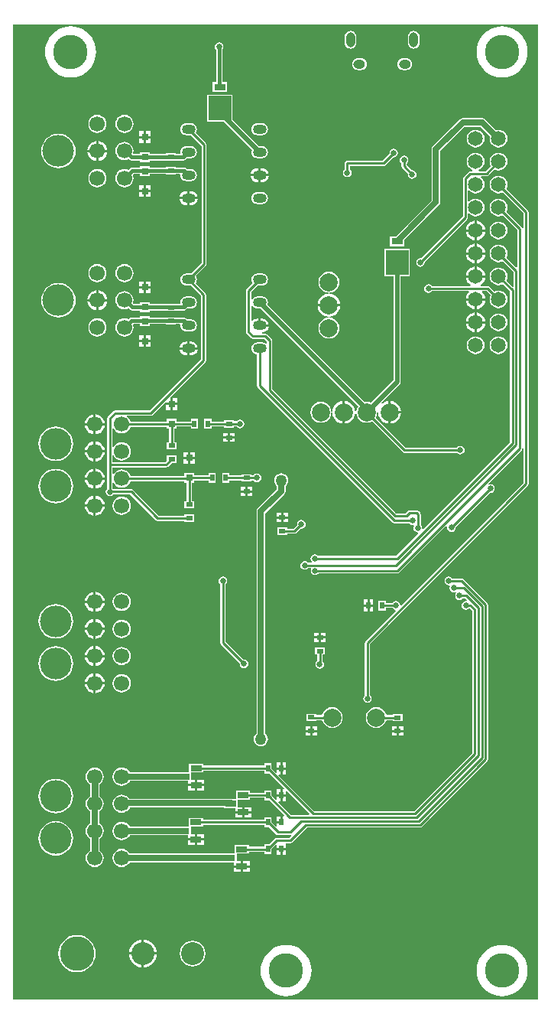
<source format=gbl>
G04 Layer_Physical_Order=2*
G04 Layer_Color=16711680*
%FSLAX44Y44*%
%MOMM*%
G71*
G01*
G75*
%ADD10R,0.8000X0.5000*%
%ADD13R,0.5000X0.8000*%
%ADD14R,1.2700X0.7620*%
%ADD15R,2.5400X2.6670*%
%ADD21R,0.8000X0.8000*%
%ADD23C,0.2540*%
%ADD24C,0.6350*%
%ADD25C,0.3810*%
%ADD26C,0.7620*%
%ADD27C,0.5080*%
%ADD28C,2.0000*%
%ADD29O,1.5240X1.0160*%
%ADD30C,3.8100*%
%ADD31C,2.5400*%
%ADD32C,1.7000*%
%ADD33C,3.5000*%
%ADD34C,1.6510*%
%ADD35O,1.0000X1.6500*%
%ADD36O,1.3000X1.0000*%
%ADD37C,0.6350*%
%ADD38C,1.2700*%
%ADD39R,1.2500X0.6500*%
G36*
X584995Y3273D02*
X3352D01*
Y1082057D01*
X584995D01*
Y3273D01*
D02*
G37*
%LPC*%
G36*
X402017Y438048D02*
X398247D01*
Y432778D01*
X402017D01*
Y438048D01*
D02*
G37*
G36*
X123755Y453524D02*
X121139Y453179D01*
X118700Y452169D01*
X116606Y450562D01*
X115000Y448468D01*
X113989Y446030D01*
X113645Y443413D01*
X113989Y440796D01*
X115000Y438358D01*
X116606Y436264D01*
X118700Y434657D01*
X121139Y433647D01*
X123755Y433303D01*
X126372Y433647D01*
X128811Y434657D01*
X130905Y436264D01*
X132511Y438358D01*
X133521Y440796D01*
X133866Y443413D01*
X133521Y446030D01*
X132511Y448468D01*
X130905Y450562D01*
X128811Y452169D01*
X126372Y453179D01*
X123755Y453524D01*
D02*
G37*
G36*
X395707Y445858D02*
X391937D01*
Y440588D01*
X395707D01*
Y445858D01*
D02*
G37*
G36*
X92485Y442143D02*
X82787D01*
X83000Y440531D01*
X84112Y437846D01*
X85882Y435539D01*
X88188Y433770D01*
X90873Y432657D01*
X92485Y432445D01*
Y442143D01*
D02*
G37*
G36*
X104723D02*
X95025D01*
Y432445D01*
X96637Y432657D01*
X99323Y433770D01*
X101629Y435539D01*
X103399Y437846D01*
X104511Y440531D01*
X104723Y442143D01*
D02*
G37*
G36*
X395707Y438048D02*
X391937D01*
Y432778D01*
X395707D01*
Y438048D01*
D02*
G37*
G36*
X95025Y454381D02*
Y444683D01*
X104723D01*
X104511Y446295D01*
X103399Y448981D01*
X101629Y451287D01*
X99323Y453057D01*
X96637Y454169D01*
X95025Y454381D01*
D02*
G37*
G36*
X322753Y533933D02*
X320920Y533569D01*
X319366Y532530D01*
X318327Y530976D01*
X317962Y529142D01*
X318089Y528507D01*
X313932Y524350D01*
X307084D01*
Y525525D01*
X296036D01*
Y517477D01*
X307084D01*
Y518652D01*
X315112D01*
X315112Y518652D01*
X316202Y518869D01*
X317127Y519487D01*
X322118Y524478D01*
X322753Y524351D01*
X324587Y524716D01*
X326141Y525755D01*
X327180Y527309D01*
X327545Y529142D01*
X327180Y530976D01*
X326141Y532530D01*
X324587Y533569D01*
X322753Y533933D01*
D02*
G37*
G36*
X300290Y535231D02*
X295020D01*
Y531461D01*
X300290D01*
Y535231D01*
D02*
G37*
G36*
X402017Y445858D02*
X398247D01*
Y440588D01*
X402017D01*
Y445858D01*
D02*
G37*
G36*
X486201Y471264D02*
X484367Y470900D01*
X482813Y469861D01*
X481775Y468307D01*
X481410Y466473D01*
X481775Y464640D01*
X482813Y463086D01*
X484367Y462047D01*
X486201Y461682D01*
X486486Y461739D01*
X487249Y460596D01*
X487139Y460431D01*
X486774Y458597D01*
X487139Y456764D01*
X488178Y455210D01*
X489732Y454171D01*
X491566Y453806D01*
X493399Y454171D01*
X493850Y454473D01*
X494604Y453489D01*
X493565Y451935D01*
X493201Y450101D01*
X493565Y448268D01*
X494604Y446713D01*
X496158Y445675D01*
X497992Y445310D01*
X499825Y445675D01*
X501380Y446713D01*
X501740Y447253D01*
X504015D01*
X505895Y445373D01*
X505269Y444202D01*
X504896Y444277D01*
X503063Y443912D01*
X501509Y442873D01*
X500470Y441319D01*
X500105Y439486D01*
X500470Y437652D01*
X501509Y436098D01*
X503063Y435059D01*
X504896Y434695D01*
X506730Y435059D01*
X508284Y436098D01*
X509571Y435738D01*
X511684Y433625D01*
Y276103D01*
X447368Y211787D01*
X336896D01*
X297322Y251362D01*
X297808Y252535D01*
X299310D01*
Y257805D01*
X295539D01*
Y254803D01*
X294366Y254317D01*
X289604Y259080D01*
Y264599D01*
X281556D01*
Y262316D01*
X213850D01*
Y264242D01*
X198302D01*
Y254742D01*
X192885D01*
X192520Y254814D01*
X132621D01*
X132511Y255079D01*
X130905Y257172D01*
X128811Y258779D01*
X126372Y259789D01*
X123755Y260134D01*
X121139Y259789D01*
X118700Y258779D01*
X116606Y257172D01*
X115000Y255079D01*
X113989Y252640D01*
X113645Y250023D01*
X113989Y247407D01*
X115000Y244968D01*
X116606Y242874D01*
X118700Y241267D01*
X121139Y240257D01*
X123755Y239913D01*
X126372Y240257D01*
X128811Y241267D01*
X130905Y242874D01*
X132511Y244968D01*
X132621Y245232D01*
X184802D01*
Y245194D01*
X197286D01*
Y241738D01*
X204806D01*
Y246258D01*
X200350D01*
Y254694D01*
X213850D01*
Y256619D01*
X281556D01*
Y253551D01*
X287075D01*
X303569Y237057D01*
X303083Y235883D01*
X301849D01*
Y230613D01*
X305620D01*
Y233347D01*
X306793Y233833D01*
X331729Y208897D01*
X331243Y207723D01*
X311228D01*
X297322Y221630D01*
X297808Y222803D01*
X299310D01*
Y228073D01*
X295539D01*
Y225071D01*
X294366Y224585D01*
X289604Y229348D01*
Y234867D01*
X281556D01*
Y232380D01*
X266022D01*
Y234305D01*
X250474D01*
Y224805D01*
X246529D01*
X245924Y225209D01*
X244091Y225574D01*
X132131D01*
X130905Y227172D01*
X128811Y228779D01*
X126372Y229789D01*
X123755Y230134D01*
X121139Y229789D01*
X118700Y228779D01*
X116606Y227172D01*
X115000Y225079D01*
X113989Y222640D01*
X113645Y220023D01*
X113989Y217406D01*
X115000Y214968D01*
X116606Y212874D01*
X118700Y211267D01*
X121139Y210257D01*
X123755Y209913D01*
X126372Y210257D01*
X128811Y211267D01*
X130905Y212874D01*
X132511Y214968D01*
X132935Y215992D01*
X236974D01*
Y215257D01*
X249458D01*
Y211801D01*
X256978D01*
Y216321D01*
X252522D01*
Y224757D01*
X266022D01*
Y226683D01*
X281556D01*
Y223819D01*
X287075D01*
X303569Y207325D01*
X303083Y206152D01*
X301849D01*
Y199612D01*
X300579D01*
Y198342D01*
X295539D01*
Y195340D01*
X294366Y194854D01*
X289604Y199617D01*
Y205136D01*
X281556D01*
Y202345D01*
X213641D01*
Y204270D01*
X198093D01*
Y194770D01*
X192562D01*
X192340Y194814D01*
X132621D01*
X132511Y195079D01*
X130905Y197172D01*
X128811Y198779D01*
X126372Y199789D01*
X123755Y200134D01*
X121139Y199789D01*
X118700Y198779D01*
X116606Y197172D01*
X115000Y195079D01*
X113989Y192640D01*
X113645Y190023D01*
X113989Y187407D01*
X115000Y184968D01*
X116606Y182874D01*
X118700Y181267D01*
X121139Y180257D01*
X123755Y179913D01*
X126372Y180257D01*
X128811Y181267D01*
X130905Y182874D01*
X132511Y184968D01*
X132621Y185232D01*
X184593D01*
Y185222D01*
X197077D01*
Y181766D01*
X204597D01*
Y186286D01*
X200141D01*
Y194722D01*
X213641D01*
Y196647D01*
X281556D01*
Y194088D01*
X287075D01*
X294765Y186398D01*
X294765Y186398D01*
X295689Y185780D01*
X296779Y185563D01*
X296779Y185563D01*
X310287D01*
X310287Y185563D01*
X310977Y185700D01*
X311602Y184530D01*
X309259Y182186D01*
X295037D01*
X293947Y181969D01*
X293022Y181352D01*
X293022Y181352D01*
X287075Y175404D01*
X281556D01*
Y172306D01*
X264483D01*
Y174231D01*
X248935D01*
Y164731D01*
X243562D01*
X243143Y164814D01*
X132621D01*
X132511Y165079D01*
X130905Y167172D01*
X128811Y168779D01*
X126372Y169789D01*
X123755Y170134D01*
X121139Y169789D01*
X118700Y168779D01*
X116606Y167172D01*
X115000Y165079D01*
X113989Y162640D01*
X113645Y160023D01*
X113989Y157406D01*
X115000Y154968D01*
X116606Y152874D01*
X118700Y151267D01*
X121139Y150257D01*
X123755Y149913D01*
X126372Y150257D01*
X128811Y151267D01*
X130905Y152874D01*
X132511Y154968D01*
X132621Y155232D01*
X235435D01*
Y155183D01*
X247919D01*
Y151727D01*
X255439D01*
Y156247D01*
X250983D01*
Y164683D01*
X264483D01*
Y166608D01*
X281556D01*
Y164356D01*
X289604D01*
Y169875D01*
X294366Y174638D01*
X295539Y174152D01*
Y171150D01*
X305620D01*
Y176420D01*
X306861Y176489D01*
X310439D01*
X310439Y176489D01*
X311529Y176705D01*
X312453Y177323D01*
X329028Y193898D01*
X454363D01*
X454363Y193898D01*
X455453Y194115D01*
X456377Y194732D01*
X528739Y267094D01*
X528739Y267094D01*
X529356Y268018D01*
X529573Y269108D01*
X529573Y269108D01*
Y440067D01*
X529573Y440067D01*
X529356Y441157D01*
X528739Y442081D01*
X528739Y442081D01*
X502332Y468488D01*
X501408Y469105D01*
X500318Y469322D01*
X500318Y469322D01*
X489949D01*
X489589Y469861D01*
X488034Y470900D01*
X486201Y471264D01*
D02*
G37*
G36*
X92485Y454381D02*
X90873Y454169D01*
X88188Y453057D01*
X85882Y451287D01*
X84112Y448981D01*
X83000Y446295D01*
X82787Y444683D01*
X92485D01*
Y454381D01*
D02*
G37*
G36*
X95025Y424381D02*
Y414683D01*
X104724D01*
X104511Y416295D01*
X103399Y418981D01*
X101629Y421287D01*
X99323Y423057D01*
X96637Y424169D01*
X95025Y424381D01*
D02*
G37*
G36*
X341881Y402725D02*
X336612D01*
Y398955D01*
X341881D01*
Y402725D01*
D02*
G37*
G36*
X349692D02*
X344422D01*
Y398955D01*
X349692D01*
Y402725D01*
D02*
G37*
G36*
X92485Y412143D02*
X82787D01*
X83000Y410531D01*
X84112Y407845D01*
X85882Y405539D01*
X88188Y403770D01*
X90873Y402657D01*
X92485Y402445D01*
Y412143D01*
D02*
G37*
G36*
X123755Y393524D02*
X121139Y393179D01*
X118700Y392169D01*
X116606Y390562D01*
X115000Y388468D01*
X113989Y386030D01*
X113645Y383413D01*
X113989Y380796D01*
X115000Y378358D01*
X116606Y376264D01*
X118700Y374657D01*
X121139Y373647D01*
X123755Y373303D01*
X126372Y373647D01*
X128811Y374657D01*
X130905Y376264D01*
X132511Y378358D01*
X133521Y380796D01*
X133866Y383413D01*
X133521Y386030D01*
X132511Y388468D01*
X130905Y390562D01*
X128811Y392169D01*
X126372Y393179D01*
X123755Y393524D01*
D02*
G37*
G36*
X92485Y394381D02*
X90873Y394169D01*
X88188Y393057D01*
X85882Y391287D01*
X84112Y388981D01*
X83000Y386295D01*
X82787Y384683D01*
X92485D01*
Y394381D01*
D02*
G37*
G36*
X95025D02*
Y384683D01*
X104723D01*
X104511Y386295D01*
X103399Y388981D01*
X101629Y391287D01*
X99323Y393057D01*
X96637Y394169D01*
X95025Y394381D01*
D02*
G37*
G36*
X341881Y409035D02*
X336612D01*
Y405266D01*
X341881D01*
Y409035D01*
D02*
G37*
G36*
X349692D02*
X344422D01*
Y405266D01*
X349692D01*
Y409035D01*
D02*
G37*
G36*
X92485Y424381D02*
X90873Y424169D01*
X88188Y423057D01*
X85882Y421287D01*
X84112Y418981D01*
X83000Y416295D01*
X82787Y414683D01*
X92485D01*
Y424381D01*
D02*
G37*
G36*
X104723Y412143D02*
X95025D01*
Y402445D01*
X96637Y402657D01*
X99323Y403770D01*
X101629Y405539D01*
X103399Y407845D01*
X104511Y410531D01*
X104723Y412143D01*
D02*
G37*
G36*
X50555Y440929D02*
X46826Y440562D01*
X43240Y439474D01*
X39935Y437708D01*
X37038Y435330D01*
X34661Y432434D01*
X32894Y429129D01*
X31807Y425542D01*
X31439Y421813D01*
X31807Y418084D01*
X32894Y414498D01*
X34661Y411193D01*
X37038Y408296D01*
X39935Y405919D01*
X43240Y404152D01*
X46826Y403064D01*
X50555Y402697D01*
X54285Y403064D01*
X57871Y404152D01*
X61176Y405919D01*
X64072Y408296D01*
X66450Y411193D01*
X68216Y414498D01*
X69304Y418084D01*
X69671Y421813D01*
X69304Y425542D01*
X68216Y429129D01*
X66450Y432434D01*
X64072Y435330D01*
X61176Y437708D01*
X57871Y439474D01*
X54285Y440562D01*
X50555Y440929D01*
D02*
G37*
G36*
X123755Y423524D02*
X121139Y423179D01*
X118700Y422169D01*
X116606Y420562D01*
X115000Y418468D01*
X113989Y416030D01*
X113645Y413413D01*
X113989Y410796D01*
X115000Y408358D01*
X116606Y406264D01*
X118700Y404657D01*
X121139Y403647D01*
X123755Y403303D01*
X126372Y403647D01*
X128811Y404657D01*
X130905Y406264D01*
X132511Y408358D01*
X133521Y410796D01*
X133866Y413413D01*
X133521Y416030D01*
X132511Y418468D01*
X130905Y420562D01*
X128811Y422169D01*
X126372Y423179D01*
X123755Y423524D01*
D02*
G37*
G36*
X308100Y535231D02*
X302830D01*
Y531461D01*
X308100D01*
Y535231D01*
D02*
G37*
G36*
X95025Y590731D02*
Y581033D01*
X104723D01*
X104511Y582645D01*
X103399Y585331D01*
X101629Y587637D01*
X99323Y589407D01*
X96637Y590519D01*
X95025Y590731D01*
D02*
G37*
G36*
X197302Y601174D02*
X192033D01*
Y595904D01*
X197302D01*
Y601174D01*
D02*
G37*
G36*
X205112D02*
X199842D01*
Y595904D01*
X205112D01*
Y601174D01*
D02*
G37*
G36*
X104723Y578493D02*
X95025D01*
Y568795D01*
X96637Y569007D01*
X99323Y570120D01*
X101629Y571889D01*
X103399Y574196D01*
X104511Y576881D01*
X104723Y578493D01*
D02*
G37*
G36*
X242830Y585976D02*
X234782D01*
Y574928D01*
X242830D01*
Y577604D01*
X256497D01*
Y576481D01*
X267545D01*
Y577656D01*
X269850D01*
X270210Y577117D01*
X271765Y576079D01*
X273598Y575714D01*
X275432Y576079D01*
X276986Y577117D01*
X278025Y578672D01*
X278389Y580505D01*
X278025Y582339D01*
X276986Y583893D01*
X275432Y584931D01*
X273598Y585296D01*
X271765Y584931D01*
X270210Y583893D01*
X269850Y583354D01*
X267545D01*
Y584529D01*
X256497D01*
Y583301D01*
X242830D01*
Y585976D01*
D02*
G37*
G36*
X92485Y590731D02*
X90873Y590519D01*
X88188Y589407D01*
X85882Y587637D01*
X84112Y585331D01*
X83000Y582645D01*
X82787Y581033D01*
X92485D01*
Y590731D01*
D02*
G37*
G36*
X197302Y608984D02*
X192033D01*
Y603714D01*
X197302D01*
Y608984D01*
D02*
G37*
G36*
X205112D02*
X199842D01*
Y603714D01*
X205112D01*
Y608984D01*
D02*
G37*
G36*
X92485Y620731D02*
X90873Y620519D01*
X88188Y619407D01*
X85882Y617637D01*
X84112Y615331D01*
X83000Y612645D01*
X82787Y611033D01*
X92485D01*
Y620731D01*
D02*
G37*
G36*
X104724Y608493D02*
X95025D01*
Y598795D01*
X96637Y599007D01*
X99323Y600120D01*
X101629Y601889D01*
X103399Y604196D01*
X104511Y606881D01*
X104724Y608493D01*
D02*
G37*
G36*
X92485D02*
X82787D01*
X83000Y606881D01*
X84112Y604196D01*
X85882Y601889D01*
X88188Y600120D01*
X90873Y599007D01*
X92485Y598795D01*
Y608493D01*
D02*
G37*
G36*
X50555Y637279D02*
X46826Y636912D01*
X43240Y635824D01*
X39935Y634058D01*
X37038Y631680D01*
X34661Y628783D01*
X32894Y625479D01*
X31807Y621893D01*
X31439Y618163D01*
X31807Y614434D01*
X32894Y610848D01*
X34661Y607543D01*
X37038Y604646D01*
X39935Y602269D01*
X43240Y600502D01*
X46826Y599414D01*
X50555Y599047D01*
X54285Y599414D01*
X57871Y600502D01*
X61176Y602269D01*
X64072Y604646D01*
X66450Y607543D01*
X68216Y610848D01*
X69304Y614434D01*
X69671Y618163D01*
X69304Y621893D01*
X68216Y625479D01*
X66450Y628783D01*
X64072Y631680D01*
X61176Y634058D01*
X57871Y635824D01*
X54285Y636912D01*
X50555Y637279D01*
D02*
G37*
G36*
X92485Y578493D02*
X82787D01*
X83000Y576881D01*
X84112Y574196D01*
X85882Y571889D01*
X88188Y570120D01*
X90873Y569007D01*
X92485Y568795D01*
Y578493D01*
D02*
G37*
G36*
X104723Y548493D02*
X95025D01*
Y538795D01*
X96637Y539007D01*
X99323Y540120D01*
X101629Y541889D01*
X103399Y544196D01*
X104511Y546881D01*
X104723Y548493D01*
D02*
G37*
G36*
X123755Y559874D02*
X121139Y559529D01*
X118700Y558519D01*
X116606Y556912D01*
X115000Y554818D01*
X113989Y552380D01*
X113645Y549763D01*
X113989Y547146D01*
X115000Y544708D01*
X116606Y542614D01*
X118700Y541007D01*
X121139Y539997D01*
X123755Y539653D01*
X126372Y539997D01*
X128811Y541007D01*
X130905Y542614D01*
X132511Y544708D01*
X133521Y547146D01*
X133866Y549763D01*
X133521Y552380D01*
X132511Y554818D01*
X130905Y556912D01*
X128811Y558519D01*
X126372Y559529D01*
X123755Y559874D01*
D02*
G37*
G36*
X92485Y560731D02*
X90873Y560519D01*
X88188Y559407D01*
X85882Y557637D01*
X84112Y555331D01*
X83000Y552645D01*
X82787Y551033D01*
X92485D01*
Y560731D01*
D02*
G37*
G36*
X300290Y541541D02*
X295020D01*
Y537771D01*
X300290D01*
Y541541D01*
D02*
G37*
G36*
X308100D02*
X302830D01*
Y537771D01*
X308100D01*
Y541541D01*
D02*
G37*
G36*
X92485Y548493D02*
X82787D01*
X83000Y546881D01*
X84112Y544196D01*
X85882Y541889D01*
X88188Y540120D01*
X90873Y539007D01*
X92485Y538795D01*
Y548493D01*
D02*
G37*
G36*
X268561Y564235D02*
X263291D01*
Y560465D01*
X268561D01*
Y564235D01*
D02*
G37*
G36*
X260751Y570545D02*
X255481D01*
Y566775D01*
X260751D01*
Y570545D01*
D02*
G37*
G36*
X268561D02*
X263291D01*
Y566775D01*
X268561D01*
Y570545D01*
D02*
G37*
G36*
X95025Y560731D02*
Y551033D01*
X104723D01*
X104511Y552645D01*
X103399Y555331D01*
X101629Y557637D01*
X99323Y559407D01*
X96637Y560519D01*
X95025Y560731D01*
D02*
G37*
G36*
X50555Y590479D02*
X46826Y590112D01*
X43240Y589024D01*
X39935Y587258D01*
X37038Y584880D01*
X34661Y581983D01*
X32894Y578679D01*
X31807Y575093D01*
X31439Y571363D01*
X31807Y567634D01*
X32894Y564048D01*
X34661Y560743D01*
X37038Y557846D01*
X39935Y555469D01*
X43240Y553702D01*
X46826Y552615D01*
X50555Y552247D01*
X54285Y552615D01*
X57871Y553702D01*
X61176Y555469D01*
X64072Y557846D01*
X66450Y560743D01*
X68216Y564048D01*
X69304Y567634D01*
X69671Y571363D01*
X69304Y575093D01*
X68216Y578679D01*
X66450Y581983D01*
X64072Y584880D01*
X61176Y587258D01*
X57871Y589024D01*
X54285Y590112D01*
X50555Y590479D01*
D02*
G37*
G36*
X260751Y564235D02*
X255481D01*
Y560465D01*
X260751D01*
Y564235D01*
D02*
G37*
G36*
X104723Y382143D02*
X95025D01*
Y372445D01*
X96637Y372657D01*
X99323Y373770D01*
X101629Y375539D01*
X103399Y377845D01*
X104511Y380531D01*
X104723Y382143D01*
D02*
G37*
G36*
X214657Y179226D02*
X207137D01*
Y174706D01*
X214657D01*
Y179226D01*
D02*
G37*
G36*
Y186286D02*
X207137D01*
Y181766D01*
X214657D01*
Y186286D01*
D02*
G37*
G36*
X299310Y206152D02*
X295539D01*
Y200882D01*
X299310D01*
Y206152D01*
D02*
G37*
G36*
Y168610D02*
X295539D01*
Y163340D01*
X299310D01*
Y168610D01*
D02*
G37*
G36*
X305620D02*
X301849D01*
Y163340D01*
X305620D01*
Y168610D01*
D02*
G37*
G36*
X204597Y179226D02*
X197077D01*
Y174706D01*
X204597D01*
Y179226D01*
D02*
G37*
G36*
X267038Y216321D02*
X259518D01*
Y211801D01*
X267038D01*
Y216321D01*
D02*
G37*
G36*
X305620Y228073D02*
X301849D01*
Y222803D01*
X305620D01*
Y228073D01*
D02*
G37*
G36*
X299310Y235883D02*
X295539D01*
Y230613D01*
X299310D01*
Y235883D01*
D02*
G37*
G36*
X256978Y209261D02*
X249458D01*
Y204741D01*
X256978D01*
Y209261D01*
D02*
G37*
G36*
X267038D02*
X259518D01*
Y204741D01*
X267038D01*
Y209261D01*
D02*
G37*
G36*
X50555Y247539D02*
X46826Y247172D01*
X43240Y246084D01*
X39935Y244318D01*
X37038Y241940D01*
X34661Y239044D01*
X32894Y235739D01*
X31807Y232153D01*
X31439Y228423D01*
X31807Y224694D01*
X32894Y221108D01*
X34661Y217803D01*
X37038Y214906D01*
X39935Y212529D01*
X43240Y210762D01*
X46826Y209674D01*
X50555Y209307D01*
X54285Y209674D01*
X57871Y210762D01*
X61176Y212529D01*
X64072Y214906D01*
X66450Y217803D01*
X68216Y221108D01*
X69304Y224694D01*
X69671Y228423D01*
X69304Y232153D01*
X68216Y235739D01*
X66450Y239044D01*
X64072Y241940D01*
X61176Y244318D01*
X57871Y246084D01*
X54285Y247172D01*
X50555Y247539D01*
D02*
G37*
G36*
Y200739D02*
X46826Y200372D01*
X43240Y199284D01*
X39935Y197518D01*
X37038Y195140D01*
X34661Y192243D01*
X32894Y188939D01*
X31807Y185353D01*
X31439Y181623D01*
X31807Y177894D01*
X32894Y174308D01*
X34661Y171003D01*
X37038Y168106D01*
X39935Y165729D01*
X43240Y163962D01*
X46826Y162875D01*
X50555Y162507D01*
X54285Y162875D01*
X57871Y163962D01*
X61176Y165729D01*
X64072Y168106D01*
X66450Y171003D01*
X68216Y174308D01*
X69304Y177894D01*
X69671Y181623D01*
X69304Y185353D01*
X68216Y188939D01*
X66450Y192243D01*
X64072Y195140D01*
X61176Y197518D01*
X57871Y199284D01*
X54285Y200372D01*
X50555Y200739D01*
D02*
G37*
G36*
X162243Y52969D02*
X148324D01*
Y39051D01*
X150042Y39220D01*
X152914Y40092D01*
X155562Y41507D01*
X157882Y43411D01*
X159787Y45732D01*
X161202Y48379D01*
X162073Y51252D01*
X162243Y52969D01*
D02*
G37*
G36*
X145784D02*
X131865D01*
X132035Y51252D01*
X132906Y48379D01*
X134321Y45732D01*
X136226Y43411D01*
X138546Y41507D01*
X141194Y40092D01*
X144066Y39220D01*
X145784Y39051D01*
Y52969D01*
D02*
G37*
G36*
X202172Y68586D02*
X198459Y68097D01*
X194999Y66664D01*
X192027Y64384D01*
X189747Y61413D01*
X188314Y57953D01*
X187825Y54240D01*
X188314Y50526D01*
X189747Y47066D01*
X192027Y44095D01*
X194999Y41815D01*
X198459Y40382D01*
X202172Y39893D01*
X205885Y40382D01*
X209345Y41815D01*
X212317Y44095D01*
X214597Y47066D01*
X216030Y50526D01*
X216519Y54240D01*
X216030Y57953D01*
X214597Y61413D01*
X212317Y64384D01*
X209345Y66664D01*
X205885Y68097D01*
X202172Y68586D01*
D02*
G37*
G36*
X305828Y63652D02*
X301404Y63304D01*
X297089Y62268D01*
X292989Y60569D01*
X289205Y58251D01*
X285830Y55368D01*
X282948Y51994D01*
X280630Y48210D01*
X278931Y44110D01*
X277895Y39795D01*
X277547Y35371D01*
X277895Y30947D01*
X278931Y26631D01*
X280630Y22531D01*
X282948Y18748D01*
X285830Y15373D01*
X289205Y12491D01*
X292989Y10172D01*
X297089Y8474D01*
X301404Y7438D01*
X305828Y7089D01*
X310252Y7438D01*
X314568Y8474D01*
X318668Y10172D01*
X322452Y12491D01*
X325826Y15373D01*
X328708Y18748D01*
X331027Y22531D01*
X332725Y26631D01*
X333761Y30947D01*
X334109Y35371D01*
X333761Y39795D01*
X332725Y44110D01*
X331027Y48210D01*
X328708Y51994D01*
X325826Y55368D01*
X322452Y58251D01*
X318668Y60569D01*
X314568Y62268D01*
X310252Y63304D01*
X305828Y63652D01*
D02*
G37*
G36*
X545047D02*
X540622Y63304D01*
X536307Y62268D01*
X532207Y60569D01*
X528423Y58251D01*
X525049Y55368D01*
X522167Y51994D01*
X519848Y48210D01*
X518150Y44110D01*
X517114Y39795D01*
X516765Y35371D01*
X517114Y30947D01*
X518150Y26631D01*
X519848Y22531D01*
X522167Y18748D01*
X525049Y15373D01*
X528423Y12491D01*
X532207Y10172D01*
X536307Y8474D01*
X540622Y7438D01*
X545047Y7089D01*
X549471Y7438D01*
X553786Y8474D01*
X557886Y10172D01*
X561670Y12491D01*
X565044Y15373D01*
X567927Y18748D01*
X570245Y22531D01*
X571944Y26631D01*
X572980Y30947D01*
X573328Y35371D01*
X572980Y39795D01*
X571944Y44110D01*
X570245Y48210D01*
X567927Y51994D01*
X565044Y55368D01*
X561670Y58251D01*
X557886Y60569D01*
X553786Y62268D01*
X549471Y63304D01*
X545047Y63652D01*
D02*
G37*
G36*
X74156Y74913D02*
X70123Y74516D01*
X66245Y73339D01*
X62670Y71429D01*
X59538Y68858D01*
X56967Y65725D01*
X55056Y62151D01*
X53880Y58273D01*
X53482Y54240D01*
X53880Y50206D01*
X55056Y46328D01*
X56967Y42754D01*
X59538Y39621D01*
X62670Y37050D01*
X66245Y35140D01*
X70123Y33963D01*
X74156Y33566D01*
X78189Y33963D01*
X82067Y35140D01*
X85642Y37050D01*
X88774Y39621D01*
X91345Y42754D01*
X93256Y46328D01*
X94432Y50206D01*
X94830Y54240D01*
X94432Y58273D01*
X93256Y62151D01*
X91345Y65725D01*
X88774Y68858D01*
X85642Y71429D01*
X82067Y73339D01*
X78189Y74516D01*
X74156Y74913D01*
D02*
G37*
G36*
X265499Y149187D02*
X257979D01*
Y144667D01*
X265499D01*
Y149187D01*
D02*
G37*
G36*
X93755Y260134D02*
X91139Y259789D01*
X88700Y258779D01*
X86606Y257172D01*
X85000Y255079D01*
X83989Y252640D01*
X83645Y250023D01*
X83989Y247407D01*
X85000Y244968D01*
X86606Y242874D01*
X88317Y241561D01*
Y228485D01*
X86606Y227172D01*
X85000Y225079D01*
X83989Y222640D01*
X83645Y220023D01*
X83989Y217406D01*
X85000Y214968D01*
X86606Y212874D01*
X88700Y211267D01*
X88964Y211158D01*
Y198889D01*
X88700Y198779D01*
X86606Y197172D01*
X85000Y195079D01*
X83989Y192640D01*
X83645Y190023D01*
X83989Y187407D01*
X85000Y184968D01*
X86606Y182874D01*
X88317Y181561D01*
Y168485D01*
X86606Y167172D01*
X85000Y165079D01*
X83989Y162640D01*
X83645Y160023D01*
X83989Y157406D01*
X85000Y154968D01*
X86606Y152874D01*
X88700Y151267D01*
X91139Y150257D01*
X93755Y149913D01*
X96372Y150257D01*
X98811Y151267D01*
X100905Y152874D01*
X102511Y154968D01*
X103521Y157406D01*
X103866Y160023D01*
X103521Y162640D01*
X102511Y165079D01*
X100905Y167172D01*
X99194Y168485D01*
Y181561D01*
X100905Y182874D01*
X102511Y184968D01*
X103521Y187407D01*
X103866Y190023D01*
X103521Y192640D01*
X102511Y195079D01*
X100905Y197172D01*
X98811Y198779D01*
X98546Y198889D01*
Y211158D01*
X98811Y211267D01*
X100905Y212874D01*
X102511Y214968D01*
X103521Y217406D01*
X103866Y220023D01*
X103521Y222640D01*
X102511Y225079D01*
X100905Y227172D01*
X99194Y228485D01*
Y241561D01*
X100905Y242874D01*
X102511Y244968D01*
X103521Y247407D01*
X103866Y250023D01*
X103521Y252640D01*
X102511Y255079D01*
X100905Y257172D01*
X98811Y258779D01*
X96372Y259789D01*
X93755Y260134D01*
D02*
G37*
G36*
X265499Y156247D02*
X257979D01*
Y151727D01*
X265499D01*
Y156247D01*
D02*
G37*
G36*
X145784Y69428D02*
X144066Y69259D01*
X141194Y68388D01*
X138546Y66972D01*
X136226Y65068D01*
X134321Y62747D01*
X132906Y60100D01*
X132035Y57227D01*
X131865Y55510D01*
X145784D01*
Y69428D01*
D02*
G37*
G36*
X148324D02*
Y55510D01*
X162243D01*
X162073Y57227D01*
X161202Y60100D01*
X159787Y62747D01*
X157882Y65068D01*
X155562Y66972D01*
X152914Y68388D01*
X150042Y69259D01*
X148324Y69428D01*
D02*
G37*
G36*
X255439Y149187D02*
X247919D01*
Y144667D01*
X255439D01*
Y149187D01*
D02*
G37*
G36*
X204806Y239198D02*
X197286D01*
Y234678D01*
X204806D01*
Y239198D01*
D02*
G37*
G36*
X92485Y352143D02*
X82787D01*
X83000Y350531D01*
X84112Y347845D01*
X85882Y345539D01*
X88188Y343770D01*
X90873Y342657D01*
X92485Y342445D01*
Y352143D01*
D02*
G37*
G36*
X104723D02*
X95025D01*
Y342445D01*
X96637Y342657D01*
X99323Y343770D01*
X101629Y345539D01*
X103399Y347845D01*
X104511Y350531D01*
X104723Y352143D01*
D02*
G37*
G36*
X123755Y363524D02*
X121139Y363179D01*
X118700Y362169D01*
X116606Y360562D01*
X115000Y358468D01*
X113989Y356030D01*
X113645Y353413D01*
X113989Y350796D01*
X115000Y348358D01*
X116606Y346264D01*
X118700Y344657D01*
X121139Y343647D01*
X123755Y343303D01*
X126372Y343647D01*
X128811Y344657D01*
X130905Y346264D01*
X132511Y348358D01*
X133521Y350796D01*
X133866Y353413D01*
X133521Y356030D01*
X132511Y358468D01*
X130905Y360562D01*
X128811Y362169D01*
X126372Y363179D01*
X123755Y363524D01*
D02*
G37*
G36*
X340233Y305460D02*
X334963D01*
Y301690D01*
X340233D01*
Y305460D01*
D02*
G37*
G36*
X405667Y326973D02*
X402659Y326577D01*
X399855Y325416D01*
X397448Y323569D01*
X395601Y321161D01*
X394439Y318358D01*
X394043Y315350D01*
X394439Y312341D01*
X395601Y309538D01*
X397448Y307131D01*
X399855Y305284D01*
X402659Y304122D01*
X405667Y303726D01*
X408675Y304122D01*
X411479Y305284D01*
X413886Y307131D01*
X415733Y309538D01*
X416894Y312341D01*
X416920Y312538D01*
X423938D01*
Y311195D01*
X434986D01*
Y319243D01*
X423938D01*
Y318235D01*
X416910D01*
X416894Y318358D01*
X415733Y321161D01*
X413886Y323569D01*
X411479Y325416D01*
X408675Y326577D01*
X405667Y326973D01*
D02*
G37*
G36*
X356867D02*
X353858Y326577D01*
X351055Y325416D01*
X348648Y323569D01*
X346801Y321161D01*
X345639Y318358D01*
X345623Y318235D01*
X339217D01*
Y319444D01*
X328169D01*
Y311396D01*
X339217D01*
Y312538D01*
X345614D01*
X345639Y312341D01*
X346801Y309538D01*
X348648Y307131D01*
X351055Y305284D01*
X353858Y304122D01*
X356867Y303726D01*
X359875Y304122D01*
X362678Y305284D01*
X365086Y307131D01*
X366933Y309538D01*
X368094Y312341D01*
X368490Y315350D01*
X368094Y318358D01*
X366933Y321161D01*
X365086Y323569D01*
X362678Y325416D01*
X359875Y326577D01*
X356867Y326973D01*
D02*
G37*
G36*
X348675Y393019D02*
X337627D01*
Y384972D01*
X340303D01*
Y378106D01*
X339644Y377666D01*
X338605Y376112D01*
X338241Y374278D01*
X338605Y372445D01*
X339644Y370890D01*
X341198Y369852D01*
X343032Y369487D01*
X344865Y369852D01*
X346419Y370890D01*
X347458Y372445D01*
X347823Y374278D01*
X347458Y376112D01*
X346419Y377666D01*
X346000Y377946D01*
Y384972D01*
X348675D01*
Y393019D01*
D02*
G37*
G36*
X235707Y471390D02*
X233874Y471026D01*
X232319Y469987D01*
X231281Y468433D01*
X230916Y466599D01*
X231281Y464766D01*
X232319Y463211D01*
X232858Y462851D01*
Y398248D01*
X232858Y398248D01*
X233075Y397158D01*
X233693Y396233D01*
X254573Y375352D01*
X254447Y374717D01*
X254812Y372883D01*
X255850Y371329D01*
X257405Y370290D01*
X259238Y369925D01*
X261071Y370290D01*
X262626Y371329D01*
X263664Y372883D01*
X264029Y374717D01*
X263664Y376550D01*
X262626Y378104D01*
X261071Y379143D01*
X259238Y379508D01*
X258602Y379381D01*
X238556Y399428D01*
Y462851D01*
X239095Y463211D01*
X240133Y464766D01*
X240498Y466599D01*
X240133Y468433D01*
X239095Y469987D01*
X237540Y471026D01*
X235707Y471390D01*
D02*
G37*
G36*
X92485Y382143D02*
X82787D01*
X83000Y380531D01*
X84112Y377845D01*
X85882Y375539D01*
X88188Y373770D01*
X90873Y372657D01*
X92485Y372445D01*
Y382143D01*
D02*
G37*
G36*
X92485Y364381D02*
X90873Y364169D01*
X88188Y363057D01*
X85882Y361287D01*
X84112Y358981D01*
X83000Y356295D01*
X82787Y354683D01*
X92485D01*
Y364381D01*
D02*
G37*
G36*
X95025D02*
Y354683D01*
X104723D01*
X104511Y356295D01*
X103399Y358981D01*
X101629Y361287D01*
X99323Y363057D01*
X96637Y364169D01*
X95025Y364381D01*
D02*
G37*
G36*
X50555Y394129D02*
X46826Y393762D01*
X43240Y392674D01*
X39935Y390908D01*
X37038Y388530D01*
X34661Y385634D01*
X32894Y382329D01*
X31807Y378742D01*
X31439Y375013D01*
X31807Y371284D01*
X32894Y367698D01*
X34661Y364393D01*
X37038Y361496D01*
X39935Y359119D01*
X43240Y357352D01*
X46826Y356264D01*
X50555Y355897D01*
X54285Y356264D01*
X57871Y357352D01*
X61176Y359119D01*
X64072Y361496D01*
X66450Y364393D01*
X68216Y367698D01*
X69304Y371284D01*
X69671Y375013D01*
X69304Y378742D01*
X68216Y382329D01*
X66450Y385634D01*
X64072Y388530D01*
X61176Y390908D01*
X57871Y392674D01*
X54285Y393762D01*
X50555Y394129D01*
D02*
G37*
G36*
X332423Y305460D02*
X327153D01*
Y301690D01*
X332423D01*
Y305460D01*
D02*
G37*
G36*
X299310Y265615D02*
X295539D01*
Y260345D01*
X299310D01*
Y265615D01*
D02*
G37*
G36*
X305620D02*
X301849D01*
Y260345D01*
X305620D01*
Y265615D01*
D02*
G37*
G36*
X300325Y585648D02*
X298269Y585377D01*
X296354Y584584D01*
X294709Y583322D01*
X293447Y581677D01*
X292653Y579761D01*
X292383Y577706D01*
X292653Y575650D01*
X293447Y573735D01*
X294709Y572090D01*
X295534Y571457D01*
Y567806D01*
X274300Y546572D01*
X273261Y545018D01*
X272896Y543184D01*
Y297878D01*
X272072Y297246D01*
X270810Y295601D01*
X270016Y293685D01*
X269746Y291630D01*
X270016Y289574D01*
X270810Y287659D01*
X272072Y286014D01*
X273717Y284752D01*
X275632Y283958D01*
X277687Y283688D01*
X279743Y283958D01*
X281658Y284752D01*
X283303Y286014D01*
X284565Y287659D01*
X285359Y289574D01*
X285629Y291630D01*
X285359Y293685D01*
X284565Y295601D01*
X283303Y297246D01*
X282479Y297878D01*
Y541200D01*
X303712Y562434D01*
X304751Y563988D01*
X305116Y565821D01*
Y571457D01*
X305940Y572090D01*
X307202Y573735D01*
X307996Y575650D01*
X308267Y577706D01*
X307996Y579761D01*
X307202Y581677D01*
X305940Y583322D01*
X304296Y584584D01*
X302380Y585377D01*
X300325Y585648D01*
D02*
G37*
G36*
X214866Y239198D02*
X207346D01*
Y234678D01*
X214866D01*
Y239198D01*
D02*
G37*
G36*
Y246258D02*
X207346D01*
Y241738D01*
X214866D01*
Y246258D01*
D02*
G37*
G36*
X305620Y257805D02*
X301849D01*
Y252535D01*
X305620D01*
Y257805D01*
D02*
G37*
G36*
X340233Y299150D02*
X334963D01*
Y295380D01*
X340233D01*
Y299150D01*
D02*
G37*
G36*
X428193Y305259D02*
X422923D01*
Y301489D01*
X428193D01*
Y305259D01*
D02*
G37*
G36*
X436003D02*
X430733D01*
Y301489D01*
X436003D01*
Y305259D01*
D02*
G37*
G36*
X428193Y298949D02*
X422923D01*
Y295179D01*
X428193D01*
Y298949D01*
D02*
G37*
G36*
X436003D02*
X430733D01*
Y295179D01*
X436003D01*
Y298949D01*
D02*
G37*
G36*
X332423Y299150D02*
X327153D01*
Y295380D01*
X332423D01*
Y299150D01*
D02*
G37*
G36*
X95025Y620731D02*
Y611033D01*
X104723D01*
X104511Y612645D01*
X103399Y615331D01*
X101629Y617637D01*
X99323Y619407D01*
X96637Y620519D01*
X95025Y620731D01*
D02*
G37*
G36*
X148080Y896608D02*
X142810D01*
Y891338D01*
X148080D01*
Y896608D01*
D02*
G37*
G36*
X155890D02*
X150620D01*
Y891338D01*
X155890D01*
Y896608D01*
D02*
G37*
G36*
X148080Y904417D02*
X142810D01*
Y899147D01*
X148080D01*
Y904417D01*
D02*
G37*
G36*
X278960Y896695D02*
X273880D01*
X272156Y896468D01*
X270550Y895803D01*
X269170Y894744D01*
X268111Y893364D01*
X267446Y891758D01*
X267219Y890034D01*
X267446Y888310D01*
X268111Y886703D01*
X269170Y885324D01*
X270550Y884265D01*
X272156Y883600D01*
X273880Y883373D01*
X278960D01*
X280684Y883600D01*
X282291Y884265D01*
X283670Y885324D01*
X284729Y886703D01*
X285394Y888310D01*
X285621Y890034D01*
X285394Y891758D01*
X284729Y893364D01*
X283670Y894744D01*
X282291Y895803D01*
X280684Y896468D01*
X278960Y896695D01*
D02*
G37*
G36*
X196410Y897720D02*
X195140D01*
X193151Y897458D01*
X191297Y896690D01*
X189705Y895469D01*
X188484Y893877D01*
X187716Y892023D01*
X187621Y891304D01*
X196410D01*
Y897720D01*
D02*
G37*
G36*
X200220D02*
X198950D01*
Y891304D01*
X207739D01*
X207644Y892023D01*
X206876Y893877D01*
X205655Y895469D01*
X204063Y896690D01*
X202209Y897458D01*
X200220Y897720D01*
D02*
G37*
G36*
X155890Y904417D02*
X150620D01*
Y899147D01*
X155890D01*
Y904417D01*
D02*
G37*
G36*
X436360Y936886D02*
X434526Y936521D01*
X432972Y935483D01*
X431933Y933928D01*
X431569Y932095D01*
X431933Y930261D01*
X432972Y928707D01*
X433511Y928347D01*
Y925208D01*
X433511Y925208D01*
X433728Y924117D01*
X434345Y923193D01*
X440751Y916788D01*
X440624Y916152D01*
X440989Y914319D01*
X442027Y912764D01*
X443582Y911726D01*
X445415Y911361D01*
X447249Y911726D01*
X448803Y912764D01*
X449841Y914319D01*
X450206Y916152D01*
X449841Y917986D01*
X448803Y919540D01*
X447249Y920578D01*
X445415Y920943D01*
X444779Y920817D01*
X439208Y926388D01*
Y928347D01*
X439747Y928707D01*
X440786Y930261D01*
X441151Y932095D01*
X440786Y933928D01*
X439747Y935483D01*
X438193Y936521D01*
X436360Y936886D01*
D02*
G37*
G36*
X275150Y923120D02*
X273880D01*
X271891Y922858D01*
X270037Y922090D01*
X268445Y920869D01*
X267224Y919277D01*
X266456Y917423D01*
X266362Y916704D01*
X275150D01*
Y923120D01*
D02*
G37*
G36*
X278960D02*
X277690D01*
Y916704D01*
X286479D01*
X286384Y917423D01*
X285616Y919277D01*
X284395Y920869D01*
X282803Y922090D01*
X280949Y922858D01*
X278960Y923120D01*
D02*
G37*
G36*
X96705Y922215D02*
X94089Y921870D01*
X91650Y920860D01*
X89556Y919253D01*
X87949Y917159D01*
X86939Y914721D01*
X86595Y912104D01*
X86939Y909487D01*
X87949Y907049D01*
X89556Y904955D01*
X91650Y903348D01*
X94089Y902338D01*
X96705Y901993D01*
X99322Y902338D01*
X101761Y903348D01*
X103855Y904955D01*
X105461Y907049D01*
X106471Y909487D01*
X106816Y912104D01*
X106471Y914721D01*
X105461Y917159D01*
X103855Y919253D01*
X101761Y920860D01*
X99322Y921870D01*
X96705Y922215D01*
D02*
G37*
G36*
X275150Y914164D02*
X266362D01*
X266456Y913445D01*
X267224Y911591D01*
X268445Y909999D01*
X270037Y908778D01*
X271891Y908010D01*
X273880Y907748D01*
X275150D01*
Y914164D01*
D02*
G37*
G36*
X286479D02*
X277690D01*
Y907748D01*
X278960D01*
X280949Y908010D01*
X282803Y908778D01*
X284395Y909999D01*
X285616Y911591D01*
X286384Y913445D01*
X286479Y914164D01*
D02*
G37*
G36*
X514469Y839485D02*
X512921Y839281D01*
X510295Y838193D01*
X508040Y836463D01*
X506310Y834208D01*
X505222Y831582D01*
X505019Y830034D01*
X514469D01*
Y839485D01*
D02*
G37*
G36*
X517010Y839485D02*
Y830034D01*
X526460D01*
X526257Y831582D01*
X525169Y834208D01*
X523439Y836463D01*
X521184Y838193D01*
X518558Y839281D01*
X517010Y839485D01*
D02*
G37*
G36*
X514469Y852894D02*
X505019D01*
X505222Y851346D01*
X506310Y848720D01*
X508040Y846465D01*
X510295Y844735D01*
X512921Y843647D01*
X514469Y843443D01*
Y852894D01*
D02*
G37*
G36*
X200220Y972895D02*
X195140D01*
X193416Y972668D01*
X191810Y972003D01*
X190430Y970944D01*
X189371Y969565D01*
X188706Y967958D01*
X188479Y966234D01*
X188706Y964510D01*
X189371Y962904D01*
X190430Y961524D01*
X191810Y960465D01*
X193416Y959800D01*
X195140Y959573D01*
X200220D01*
X200302Y959584D01*
X212068Y947817D01*
Y818281D01*
X200302Y806514D01*
X200220Y806525D01*
X195140D01*
X193416Y806298D01*
X191810Y805633D01*
X190430Y804574D01*
X189371Y803195D01*
X188706Y801588D01*
X188479Y799864D01*
X188706Y798140D01*
X189371Y796534D01*
X190430Y795154D01*
X191810Y794095D01*
X193416Y793430D01*
X195140Y793203D01*
X200220D01*
X200302Y793214D01*
X211432Y782084D01*
Y711941D01*
X154604Y655113D01*
X116308D01*
X115218Y654896D01*
X114294Y654279D01*
X114294Y654279D01*
X108575Y648560D01*
X107957Y647635D01*
X107741Y646545D01*
X107741Y646545D01*
Y584984D01*
X107725Y584908D01*
X107726Y584908D01*
Y568879D01*
X107110Y568467D01*
X106071Y566913D01*
X105706Y565079D01*
X106071Y563246D01*
X107110Y561692D01*
X108664Y560653D01*
X110498Y560289D01*
X112331Y560653D01*
X113885Y561692D01*
X114309Y562326D01*
X132836D01*
X161397Y533764D01*
X162322Y533147D01*
X163412Y532930D01*
X163412Y532930D01*
X193106D01*
Y531755D01*
X204154D01*
Y539803D01*
X193106D01*
Y538628D01*
X164592D01*
X136030Y567189D01*
X135106Y567807D01*
X134016Y568024D01*
X134016Y568024D01*
X114182D01*
X113885Y568467D01*
X113423Y568776D01*
Y575195D01*
X114693Y575448D01*
X115000Y574708D01*
X116606Y572614D01*
X118700Y571007D01*
X121139Y569997D01*
X123755Y569653D01*
X126372Y569997D01*
X128811Y571007D01*
X130905Y572614D01*
X132511Y574708D01*
X133425Y576914D01*
X193048D01*
Y574920D01*
X195724D01*
Y554803D01*
X193106D01*
Y546755D01*
X204154D01*
Y554803D01*
X201421D01*
Y574920D01*
X204097D01*
Y577595D01*
X219782D01*
Y574928D01*
X227830D01*
Y585976D01*
X219782D01*
Y583293D01*
X204097D01*
Y585968D01*
X193048D01*
Y582612D01*
X133425D01*
X132511Y584818D01*
X130905Y586912D01*
X128811Y588519D01*
X126372Y589529D01*
X123755Y589874D01*
X121139Y589529D01*
X118700Y588519D01*
X116606Y586912D01*
X115201Y585080D01*
X114201Y584796D01*
X113609Y584780D01*
X113438Y584923D01*
X113438Y584923D01*
Y592060D01*
X172724D01*
X172724Y592060D01*
X173814Y592277D01*
X174739Y592894D01*
X178927Y597082D01*
X184446D01*
Y605131D01*
X173398D01*
Y599611D01*
X171544Y597757D01*
X113438D01*
Y605159D01*
X114708Y605411D01*
X115000Y604708D01*
X116606Y602614D01*
X118700Y601007D01*
X121139Y599997D01*
X123755Y599653D01*
X126372Y599997D01*
X128811Y601007D01*
X130905Y602614D01*
X132511Y604708D01*
X133521Y607146D01*
X133866Y609763D01*
X133521Y612380D01*
X132511Y614818D01*
X130905Y616912D01*
X128811Y618519D01*
X126372Y619529D01*
X123755Y619874D01*
X121139Y619529D01*
X118700Y618519D01*
X116606Y616912D01*
X115000Y614818D01*
X114708Y614115D01*
X113438Y614368D01*
Y635159D01*
X114708Y635411D01*
X115000Y634708D01*
X116606Y632614D01*
X118700Y631007D01*
X121139Y629997D01*
X123755Y629653D01*
X126372Y629997D01*
X128811Y631007D01*
X130905Y632614D01*
X132511Y634708D01*
X133425Y636914D01*
X173504D01*
Y634629D01*
X176179D01*
Y620131D01*
X173398D01*
Y612082D01*
X184446D01*
Y620131D01*
X181877D01*
Y634629D01*
X184552D01*
Y637304D01*
X200134D01*
Y634642D01*
X208182D01*
Y645690D01*
X200134D01*
Y643002D01*
X184552D01*
Y645677D01*
X173504D01*
Y642612D01*
X133425D01*
X132511Y644818D01*
X130905Y646912D01*
X129298Y648146D01*
X129729Y649416D01*
X155784D01*
X155784Y649416D01*
X156874Y649632D01*
X157798Y650250D01*
X171315Y663767D01*
X172144Y663423D01*
X177758D01*
Y669037D01*
X177415Y669866D01*
X216295Y708747D01*
X216295Y708747D01*
X216912Y709671D01*
X217129Y710761D01*
X217129Y710761D01*
Y783263D01*
X216912Y784354D01*
X216295Y785278D01*
X216295Y785278D01*
X205576Y795996D01*
X205989Y796534D01*
X206654Y798140D01*
X206881Y799864D01*
X206654Y801588D01*
X205989Y803195D01*
X205576Y803732D01*
X216931Y815087D01*
X216931Y815087D01*
X217549Y816011D01*
X217766Y817101D01*
X217766Y817101D01*
Y948997D01*
X217766Y948997D01*
X217549Y950087D01*
X216931Y951011D01*
X216931Y951011D01*
X205576Y962366D01*
X205989Y962904D01*
X206654Y964510D01*
X206881Y966234D01*
X206654Y967958D01*
X205989Y969565D01*
X204930Y970944D01*
X203551Y972003D01*
X201944Y972668D01*
X200220Y972895D01*
D02*
G37*
G36*
X514469Y827494D02*
X505019D01*
X505222Y825946D01*
X506310Y823320D01*
X508040Y821065D01*
X510295Y819335D01*
X512921Y818247D01*
X514469Y818043D01*
Y827494D01*
D02*
G37*
G36*
X526460D02*
X517010D01*
Y818043D01*
X518558Y818247D01*
X521184Y819335D01*
X523439Y821065D01*
X525169Y823320D01*
X526257Y825946D01*
X526460Y827494D01*
D02*
G37*
G36*
Y852894D02*
X517010D01*
Y843443D01*
X518558Y843647D01*
X521184Y844735D01*
X523439Y846465D01*
X525169Y848720D01*
X526257Y851346D01*
X526460Y852894D01*
D02*
G37*
G36*
X541139Y914827D02*
X538587Y914491D01*
X536208Y913506D01*
X534165Y911938D01*
X532598Y909896D01*
X531612Y907517D01*
X531276Y904964D01*
X531612Y902411D01*
X532598Y900032D01*
X534165Y897990D01*
X536208Y896422D01*
X538587Y895437D01*
X541139Y895101D01*
X543692Y895437D01*
X545775Y896300D01*
X568743Y873332D01*
Y856562D01*
X567473Y856437D01*
X567345Y857081D01*
X566727Y858005D01*
X566727Y858005D01*
X549804Y874928D01*
X550667Y877011D01*
X551003Y879564D01*
X550667Y882117D01*
X549681Y884496D01*
X548114Y886538D01*
X546071Y888106D01*
X543692Y889091D01*
X541139Y889427D01*
X538587Y889091D01*
X536208Y888106D01*
X534165Y886538D01*
X532598Y884496D01*
X531612Y882117D01*
X531276Y879564D01*
X531612Y877011D01*
X532598Y874632D01*
X534165Y872589D01*
X536208Y871022D01*
X538587Y870037D01*
X541139Y869701D01*
X543692Y870037D01*
X545775Y870900D01*
X561864Y854811D01*
Y813728D01*
X560690Y813242D01*
X549804Y824128D01*
X550667Y826211D01*
X551003Y828764D01*
X550667Y831317D01*
X549681Y833696D01*
X548114Y835739D01*
X546071Y837306D01*
X543692Y838291D01*
X541139Y838627D01*
X538587Y838291D01*
X536208Y837306D01*
X534165Y835739D01*
X532598Y833696D01*
X531612Y831317D01*
X531276Y828764D01*
X531612Y826211D01*
X532598Y823832D01*
X534165Y821789D01*
X536208Y820222D01*
X538587Y819237D01*
X541139Y818901D01*
X543692Y819237D01*
X545775Y820099D01*
X557800Y808075D01*
Y792392D01*
X556627Y791906D01*
X549804Y798728D01*
X550667Y800811D01*
X551003Y803364D01*
X550667Y805917D01*
X549681Y808296D01*
X548114Y810339D01*
X546071Y811906D01*
X543692Y812891D01*
X541139Y813227D01*
X538587Y812891D01*
X536208Y811906D01*
X534165Y810339D01*
X532598Y808296D01*
X531612Y805917D01*
X531276Y803364D01*
X531612Y800811D01*
X532598Y798432D01*
X534165Y796389D01*
X536208Y794822D01*
X538587Y793837D01*
X541139Y793501D01*
X543692Y793837D01*
X545775Y794699D01*
X553736Y786739D01*
Y620051D01*
X457560Y523876D01*
X456390Y524501D01*
X456446Y524783D01*
X456081Y526616D01*
X455043Y528170D01*
X455002Y528198D01*
Y540336D01*
X454785Y541426D01*
X454168Y542351D01*
X454168Y542351D01*
X452629Y543889D01*
X451705Y544507D01*
X450615Y544724D01*
X450615Y544723D01*
X442380D01*
X441290Y544507D01*
X440366Y543889D01*
X440366Y543889D01*
X437671Y541194D01*
X427580D01*
X290151Y678624D01*
Y732519D01*
X290151Y732520D01*
X289934Y733610D01*
X289317Y734534D01*
X289317Y734534D01*
X284531Y739319D01*
X283607Y739937D01*
X282517Y740153D01*
X282517Y740153D01*
X279386D01*
X279303Y741423D01*
X280949Y741640D01*
X282803Y742408D01*
X284395Y743629D01*
X285616Y745221D01*
X286384Y747075D01*
X286479Y747794D01*
X276420D01*
Y749064D01*
X275150D01*
Y756750D01*
X273880D01*
X271891Y756488D01*
X270037Y755720D01*
X268445Y754499D01*
X268277Y754279D01*
X267007Y754710D01*
Y770579D01*
X267418Y770785D01*
X268277Y770918D01*
X269170Y769754D01*
X270550Y768695D01*
X272156Y768030D01*
X273880Y767803D01*
X277221D01*
X385496Y659528D01*
X384965Y658836D01*
X383804Y656033D01*
X383498Y653709D01*
X383484Y653604D01*
X382203D01*
X382189Y653709D01*
X381848Y656298D01*
X380585Y659349D01*
X378575Y661968D01*
X375955Y663978D01*
X372905Y665242D01*
X370901Y665505D01*
Y653024D01*
Y640543D01*
X372905Y640807D01*
X375955Y642071D01*
X378575Y644081D01*
X380585Y646700D01*
X381848Y649751D01*
X382189Y652340D01*
X382203Y652445D01*
X383484D01*
X383498Y652340D01*
X383804Y650016D01*
X384965Y647213D01*
X386812Y644805D01*
X389219Y642958D01*
X392023Y641797D01*
X395031Y641401D01*
X398039Y641797D01*
X400843Y642958D01*
X400970Y643056D01*
X434930Y609097D01*
X434930Y609097D01*
X435854Y608479D01*
X436944Y608263D01*
X436971Y608268D01*
X495007D01*
X495367Y607729D01*
X496921Y606690D01*
X498755Y606326D01*
X500588Y606690D01*
X502143Y607729D01*
X503181Y609283D01*
X503546Y611117D01*
X503181Y612950D01*
X502143Y614505D01*
X500588Y615543D01*
X498755Y615908D01*
X496921Y615543D01*
X495367Y614505D01*
X495007Y613965D01*
X438119D01*
X404999Y647085D01*
X405097Y647213D01*
X406258Y650016D01*
X406564Y652340D01*
X406578Y652445D01*
X407859D01*
X407873Y652340D01*
X408214Y649751D01*
X409477Y646700D01*
X411487Y644081D01*
X414107Y642071D01*
X417158Y640807D01*
X419161Y640543D01*
Y653024D01*
Y665505D01*
X417158Y665242D01*
X414107Y663978D01*
X412103Y662441D01*
X411264Y663398D01*
X431604Y683738D01*
X432503Y685082D01*
X432818Y686668D01*
Y803910D01*
X442898D01*
Y833628D01*
X414450D01*
Y803910D01*
X424531D01*
Y688384D01*
X399707Y663561D01*
X398039Y664252D01*
X395031Y664648D01*
X392438Y664306D01*
X284987Y771757D01*
X285394Y772740D01*
X285621Y774464D01*
X285394Y776188D01*
X284729Y777794D01*
X283670Y779174D01*
X282291Y780233D01*
X280684Y780898D01*
X278960Y781125D01*
X273880D01*
X272156Y780898D01*
X270550Y780233D01*
X269170Y779174D01*
X268277Y778010D01*
X267418Y778143D01*
X267007Y778350D01*
Y786422D01*
X273799Y793214D01*
X273880Y793203D01*
X278960D01*
X280684Y793430D01*
X282291Y794095D01*
X283670Y795154D01*
X284729Y796534D01*
X285394Y798140D01*
X285621Y799864D01*
X285394Y801588D01*
X284729Y803195D01*
X283670Y804574D01*
X282291Y805633D01*
X280684Y806298D01*
X278960Y806525D01*
X273880D01*
X272156Y806298D01*
X270550Y805633D01*
X269170Y804574D01*
X268111Y803195D01*
X267446Y801588D01*
X267219Y799864D01*
X267446Y798140D01*
X268111Y796534D01*
X268524Y795996D01*
X262144Y789617D01*
X261527Y788692D01*
X261310Y787602D01*
X261310Y787602D01*
Y741923D01*
X261310Y741923D01*
X261527Y740833D01*
X262144Y739909D01*
X266762Y735290D01*
X266762Y735290D01*
X267686Y734673D01*
X268776Y734456D01*
X281337D01*
X284454Y731339D01*
Y729364D01*
X283183Y728747D01*
X282291Y729433D01*
X280684Y730098D01*
X278960Y730325D01*
X273880D01*
X272156Y730098D01*
X270550Y729433D01*
X269170Y728374D01*
X268111Y726994D01*
X267446Y725388D01*
X267219Y723664D01*
X267446Y721940D01*
X268111Y720333D01*
X269170Y718954D01*
X270550Y717895D01*
X272156Y717230D01*
X273571Y717044D01*
Y682579D01*
X273571Y682579D01*
X273788Y681488D01*
X274406Y680564D01*
X423900Y531070D01*
X423900Y531070D01*
X424824Y530452D01*
X425914Y530236D01*
X425914Y530236D01*
X442436D01*
X442797Y529697D01*
X444351Y528658D01*
X446184Y528293D01*
X446920Y528439D01*
X447683Y527297D01*
X447229Y526616D01*
X446864Y524783D01*
X447229Y522949D01*
X448267Y521395D01*
X449821Y520356D01*
X451655Y519992D01*
X451936Y520048D01*
X452562Y518877D01*
X427740Y494055D01*
X341427D01*
X341067Y494594D01*
X339513Y495633D01*
X337679Y495997D01*
X335846Y495633D01*
X334292Y494594D01*
X333253Y493040D01*
X332888Y491206D01*
X333253Y489373D01*
X334218Y487928D01*
X334092Y487397D01*
X333742Y486658D01*
X330084D01*
X329777Y487119D01*
X328222Y488157D01*
X326389Y488522D01*
X324555Y488157D01*
X323001Y487119D01*
X321963Y485564D01*
X321598Y483731D01*
X321963Y481898D01*
X323001Y480343D01*
X324555Y479305D01*
X326389Y478940D01*
X328222Y479305D01*
X329777Y480343D01*
X330189Y480961D01*
X332979D01*
X333577Y479841D01*
X333466Y479674D01*
X333101Y477840D01*
X333466Y476007D01*
X334504Y474453D01*
X336059Y473414D01*
X337892Y473049D01*
X339726Y473414D01*
X341280Y474453D01*
X341640Y474992D01*
X429148D01*
X429148Y474992D01*
X430238Y475209D01*
X431162Y475826D01*
X482793Y527457D01*
X483083Y527420D01*
X484097Y526010D01*
X484001Y525528D01*
X484366Y523694D01*
X485404Y522140D01*
X486959Y521102D01*
X488792Y520737D01*
X490626Y521102D01*
X492180Y522140D01*
X493218Y523694D01*
X493583Y525528D01*
X493457Y526164D01*
X531373Y564080D01*
X532077Y563940D01*
X533910Y564305D01*
X535465Y565343D01*
X536503Y566898D01*
X536868Y568731D01*
X536503Y570564D01*
X535465Y572119D01*
X533910Y573157D01*
X532077Y573522D01*
X530301Y573169D01*
X530220Y573223D01*
X529601Y574265D01*
X566727Y611391D01*
X566727Y611391D01*
X567345Y612315D01*
X567473Y612959D01*
X568743Y612834D01*
Y574835D01*
X433460Y439553D01*
X432119Y440008D01*
X431872Y441250D01*
X430833Y442804D01*
X429279Y443843D01*
X427446Y444207D01*
X425612Y443843D01*
X424058Y442804D01*
X423698Y442265D01*
X416001D01*
Y444842D01*
X407953D01*
Y433794D01*
X416001D01*
Y436568D01*
X423698D01*
X424058Y436029D01*
X425612Y434990D01*
X426854Y434743D01*
X427309Y433402D01*
X393857Y399950D01*
X393240Y399026D01*
X393023Y397936D01*
X393048Y397810D01*
Y340111D01*
X392509Y339751D01*
X391470Y338197D01*
X391106Y336363D01*
X391470Y334530D01*
X392509Y332976D01*
X394063Y331937D01*
X395897Y331572D01*
X397730Y331937D01*
X399284Y332976D01*
X400323Y334530D01*
X400688Y336363D01*
X400323Y338197D01*
X399284Y339751D01*
X398745Y340111D01*
Y396781D01*
X573606Y571641D01*
X573606Y571641D01*
X574223Y572565D01*
X574440Y573655D01*
X574440Y573656D01*
Y874512D01*
X574440Y874512D01*
X574223Y875602D01*
X573606Y876526D01*
X573606Y876526D01*
X549804Y900328D01*
X550667Y902411D01*
X551003Y904964D01*
X550667Y907517D01*
X549681Y909896D01*
X548114Y911938D01*
X546071Y913506D01*
X543692Y914491D01*
X541139Y914827D01*
D02*
G37*
G36*
X196410Y888764D02*
X187621D01*
X187716Y888045D01*
X188484Y886191D01*
X189705Y884599D01*
X191297Y883378D01*
X193151Y882610D01*
X195140Y882348D01*
X196410D01*
Y888764D01*
D02*
G37*
G36*
X207739D02*
X198950D01*
Y882348D01*
X200220D01*
X202209Y882610D01*
X204063Y883378D01*
X205655Y884599D01*
X206876Y886191D01*
X207644Y888045D01*
X207739Y888764D01*
D02*
G37*
G36*
X541139Y864027D02*
X538587Y863691D01*
X536208Y862706D01*
X534165Y861139D01*
X532598Y859096D01*
X531612Y856717D01*
X531276Y854164D01*
X531612Y851611D01*
X532598Y849232D01*
X534165Y847189D01*
X536208Y845622D01*
X538587Y844637D01*
X541139Y844301D01*
X543692Y844637D01*
X546071Y845622D01*
X548114Y847189D01*
X549681Y849232D01*
X550667Y851611D01*
X551003Y854164D01*
X550667Y856717D01*
X549681Y859096D01*
X548114Y861139D01*
X546071Y862706D01*
X543692Y863691D01*
X541139Y864027D01*
D02*
G37*
G36*
X514469Y864885D02*
X512921Y864681D01*
X510295Y863593D01*
X508040Y861863D01*
X506310Y859608D01*
X505222Y856982D01*
X505019Y855434D01*
X514469D01*
Y864885D01*
D02*
G37*
G36*
X517010Y864885D02*
Y855434D01*
X526460D01*
X526257Y856982D01*
X525169Y859608D01*
X523439Y861863D01*
X521184Y863593D01*
X518558Y864681D01*
X517010Y864885D01*
D02*
G37*
G36*
X278960Y972895D02*
X273880D01*
X272156Y972668D01*
X270550Y972003D01*
X269170Y970944D01*
X268111Y969565D01*
X267446Y967958D01*
X267219Y966234D01*
X267446Y964510D01*
X268111Y962904D01*
X269170Y961524D01*
X270550Y960465D01*
X272156Y959800D01*
X273880Y959573D01*
X278960D01*
X280684Y959800D01*
X282291Y960465D01*
X283670Y961524D01*
X284729Y962904D01*
X285394Y964510D01*
X285621Y966234D01*
X285394Y967958D01*
X284729Y969565D01*
X283670Y970944D01*
X282291Y972003D01*
X280684Y972668D01*
X278960Y972895D01*
D02*
G37*
G36*
X96705Y982215D02*
X94089Y981870D01*
X91650Y980860D01*
X89556Y979253D01*
X87949Y977159D01*
X86939Y974721D01*
X86595Y972104D01*
X86939Y969487D01*
X87949Y967049D01*
X89556Y964955D01*
X91650Y963348D01*
X94089Y962338D01*
X96705Y961993D01*
X99322Y962338D01*
X101761Y963348D01*
X103855Y964955D01*
X105461Y967049D01*
X106471Y969487D01*
X106816Y972104D01*
X106471Y974721D01*
X105461Y977159D01*
X103855Y979253D01*
X101761Y980860D01*
X99322Y981870D01*
X96705Y982215D01*
D02*
G37*
G36*
X126705D02*
X124089Y981870D01*
X121650Y980860D01*
X119556Y979253D01*
X117949Y977159D01*
X116939Y974721D01*
X116595Y972104D01*
X116939Y969487D01*
X117949Y967049D01*
X119556Y964955D01*
X121650Y963348D01*
X124089Y962338D01*
X126705Y961993D01*
X129322Y962338D01*
X131761Y963348D01*
X133855Y964955D01*
X135461Y967049D01*
X136471Y969487D01*
X136816Y972104D01*
X136471Y974721D01*
X135461Y977159D01*
X133855Y979253D01*
X131761Y980860D01*
X129322Y981870D01*
X126705Y982215D01*
D02*
G37*
G36*
X155890Y956161D02*
X150620D01*
Y950891D01*
X155890D01*
Y956161D01*
D02*
G37*
G36*
X148080Y963971D02*
X142810D01*
Y958701D01*
X148080D01*
Y963971D01*
D02*
G37*
G36*
X155890D02*
X150620D01*
Y958701D01*
X155890D01*
Y963971D01*
D02*
G37*
G36*
X231541Y1062450D02*
X229708Y1062086D01*
X228153Y1061047D01*
X227115Y1059493D01*
X226750Y1057659D01*
X227115Y1055826D01*
X228148Y1054280D01*
Y1018227D01*
X224420D01*
Y1007559D01*
X240168D01*
Y1018227D01*
X235140D01*
Y1054587D01*
X235968Y1055826D01*
X236332Y1057659D01*
X235968Y1059493D01*
X234929Y1061047D01*
X233375Y1062086D01*
X231541Y1062450D01*
D02*
G37*
G36*
X438640Y1044705D02*
X435640D01*
X433937Y1044481D01*
X432350Y1043823D01*
X430987Y1042778D01*
X429941Y1041415D01*
X429284Y1039828D01*
X429059Y1038125D01*
X429284Y1036422D01*
X429941Y1034835D01*
X430987Y1033472D01*
X432350Y1032426D01*
X433937Y1031769D01*
X435640Y1031544D01*
X438640D01*
X440343Y1031769D01*
X441930Y1032426D01*
X443293Y1033472D01*
X444338Y1034835D01*
X444996Y1036422D01*
X445220Y1038125D01*
X444996Y1039828D01*
X444338Y1041415D01*
X443293Y1042778D01*
X441930Y1043823D01*
X440343Y1044481D01*
X438640Y1044705D01*
D02*
G37*
G36*
X377140Y1074955D02*
X375437Y1074731D01*
X373850Y1074073D01*
X372487Y1073028D01*
X371441Y1071665D01*
X370784Y1070078D01*
X370560Y1068375D01*
Y1061875D01*
X370784Y1060172D01*
X371441Y1058585D01*
X372487Y1057222D01*
X373850Y1056176D01*
X375437Y1055519D01*
X377140Y1055294D01*
X378843Y1055519D01*
X380430Y1056176D01*
X381793Y1057222D01*
X382838Y1058585D01*
X383496Y1060172D01*
X383720Y1061875D01*
Y1068375D01*
X383496Y1070078D01*
X382838Y1071665D01*
X381793Y1073028D01*
X380430Y1074073D01*
X378843Y1074731D01*
X377140Y1074955D01*
D02*
G37*
G36*
X447140D02*
X445437Y1074731D01*
X443850Y1074073D01*
X442487Y1073028D01*
X441441Y1071665D01*
X440784Y1070078D01*
X440560Y1068375D01*
Y1061875D01*
X440784Y1060172D01*
X441441Y1058585D01*
X442487Y1057222D01*
X443850Y1056176D01*
X445437Y1055519D01*
X447140Y1055294D01*
X448843Y1055519D01*
X450430Y1056176D01*
X451793Y1057222D01*
X452838Y1058585D01*
X453496Y1060172D01*
X453720Y1061875D01*
Y1068375D01*
X453496Y1070078D01*
X452838Y1071665D01*
X451793Y1073028D01*
X450430Y1074073D01*
X448843Y1074731D01*
X447140Y1074955D01*
D02*
G37*
G36*
X67112Y1080036D02*
X62687Y1079688D01*
X58372Y1078652D01*
X54272Y1076954D01*
X50488Y1074635D01*
X47114Y1071753D01*
X44232Y1068378D01*
X41913Y1064595D01*
X40215Y1060495D01*
X39179Y1056179D01*
X38830Y1051755D01*
X39179Y1047331D01*
X40215Y1043016D01*
X41913Y1038916D01*
X44232Y1035132D01*
X47114Y1031757D01*
X50488Y1028875D01*
X54272Y1026556D01*
X58372Y1024858D01*
X62687Y1023822D01*
X67112Y1023474D01*
X71536Y1023822D01*
X75851Y1024858D01*
X79951Y1026556D01*
X83735Y1028875D01*
X87109Y1031757D01*
X89991Y1035132D01*
X92310Y1038916D01*
X94009Y1043016D01*
X95044Y1047331D01*
X95393Y1051755D01*
X95044Y1056179D01*
X94009Y1060495D01*
X92310Y1064595D01*
X89991Y1068378D01*
X87109Y1071753D01*
X83735Y1074635D01*
X79951Y1076954D01*
X75851Y1078652D01*
X71536Y1079688D01*
X67112Y1080036D01*
D02*
G37*
G36*
X545047D02*
X540622Y1079688D01*
X536307Y1078652D01*
X532207Y1076954D01*
X528423Y1074635D01*
X525049Y1071753D01*
X522167Y1068378D01*
X519848Y1064595D01*
X518150Y1060495D01*
X517114Y1056179D01*
X516765Y1051755D01*
X517114Y1047331D01*
X518150Y1043016D01*
X519848Y1038916D01*
X522167Y1035132D01*
X525049Y1031757D01*
X528423Y1028875D01*
X532207Y1026556D01*
X536307Y1024858D01*
X540622Y1023822D01*
X545047Y1023474D01*
X549471Y1023822D01*
X553786Y1024858D01*
X557886Y1026556D01*
X561670Y1028875D01*
X565044Y1031757D01*
X567927Y1035132D01*
X570245Y1038916D01*
X571944Y1043016D01*
X572980Y1047331D01*
X573328Y1051755D01*
X572980Y1056179D01*
X571944Y1060495D01*
X570245Y1064595D01*
X567927Y1068378D01*
X565044Y1071753D01*
X561670Y1074635D01*
X557886Y1076954D01*
X553786Y1078652D01*
X549471Y1079688D01*
X545047Y1080036D01*
D02*
G37*
G36*
X388640Y1044705D02*
X385640D01*
X383937Y1044481D01*
X382350Y1043823D01*
X380987Y1042778D01*
X379941Y1041415D01*
X379284Y1039828D01*
X379059Y1038125D01*
X379284Y1036422D01*
X379941Y1034835D01*
X380987Y1033472D01*
X382350Y1032426D01*
X383937Y1031769D01*
X385640Y1031544D01*
X388640D01*
X390343Y1031769D01*
X391930Y1032426D01*
X393293Y1033472D01*
X394338Y1034835D01*
X394996Y1036422D01*
X395220Y1038125D01*
X394996Y1039828D01*
X394338Y1041415D01*
X393293Y1042778D01*
X391930Y1043823D01*
X390343Y1044481D01*
X388640Y1044705D01*
D02*
G37*
G36*
X95435Y940834D02*
X85737D01*
X85950Y939222D01*
X87062Y936536D01*
X88832Y934230D01*
X91138Y932461D01*
X93823Y931348D01*
X95435Y931136D01*
Y940834D01*
D02*
G37*
G36*
X107673D02*
X97975D01*
Y931136D01*
X99587Y931348D01*
X102273Y932461D01*
X104579Y934230D01*
X106349Y936536D01*
X107461Y939222D01*
X107673Y940834D01*
D02*
G37*
G36*
X126705Y952215D02*
X124089Y951870D01*
X121650Y950860D01*
X119556Y949253D01*
X117949Y947159D01*
X116939Y944721D01*
X116595Y942104D01*
X116939Y939487D01*
X117949Y937049D01*
X119556Y934955D01*
X121650Y933348D01*
X124089Y932338D01*
X126705Y931993D01*
X129322Y932338D01*
X131351Y933178D01*
X131762Y932768D01*
X132896Y932010D01*
X134234Y931744D01*
X143826D01*
Y929907D01*
X154874D01*
Y931744D01*
X172669D01*
Y931401D01*
X183717D01*
Y931744D01*
X192086D01*
X193424Y932010D01*
X194559Y932768D01*
X195963Y934173D01*
X200220D01*
X201944Y934400D01*
X203551Y935065D01*
X204930Y936124D01*
X205989Y937504D01*
X206654Y939110D01*
X206881Y940834D01*
X206654Y942558D01*
X205989Y944165D01*
X204930Y945544D01*
X203551Y946603D01*
X201944Y947268D01*
X200220Y947495D01*
X195140D01*
X193416Y947268D01*
X191810Y946603D01*
X190430Y945544D01*
X189371Y944165D01*
X188706Y942558D01*
X188479Y940834D01*
X188588Y940006D01*
X187567Y938736D01*
X183717D01*
Y939449D01*
X172669D01*
Y938736D01*
X154874D01*
Y940955D01*
X143826D01*
Y938736D01*
X137393D01*
X136540Y940006D01*
X136816Y942104D01*
X136471Y944721D01*
X135461Y947159D01*
X133855Y949253D01*
X131761Y950860D01*
X129322Y951870D01*
X126705Y952215D01*
D02*
G37*
G36*
X541139Y940227D02*
X538587Y939891D01*
X536208Y938906D01*
X534165Y937338D01*
X532598Y935296D01*
X531612Y932917D01*
X531276Y930364D01*
X531612Y927811D01*
X532475Y925728D01*
X526621Y919874D01*
X519287D01*
X519035Y921144D01*
X520671Y921822D01*
X522714Y923390D01*
X524281Y925432D01*
X525267Y927811D01*
X525603Y930364D01*
X525267Y932917D01*
X524281Y935296D01*
X522714Y937338D01*
X520671Y938906D01*
X518292Y939891D01*
X515740Y940227D01*
X513187Y939891D01*
X510808Y938906D01*
X508765Y937338D01*
X507197Y935296D01*
X506212Y932917D01*
X505876Y930364D01*
X506212Y927811D01*
X507197Y925432D01*
X508765Y923390D01*
X510808Y921822D01*
X512444Y921144D01*
X512192Y919874D01*
X509556D01*
X508466Y919657D01*
X507542Y919040D01*
X507542Y919040D01*
X502323Y913821D01*
X501705Y912897D01*
X501488Y911807D01*
X501488Y911806D01*
Y869690D01*
X455300Y823502D01*
X454664Y823628D01*
X452831Y823263D01*
X451276Y822225D01*
X450238Y820670D01*
X449873Y818837D01*
X450238Y817004D01*
X451276Y815449D01*
X452831Y814411D01*
X454664Y814046D01*
X456497Y814411D01*
X458052Y815449D01*
X459090Y817004D01*
X459455Y818837D01*
X459328Y819473D01*
X506351Y866496D01*
X506352Y866496D01*
X506969Y867420D01*
X507186Y868510D01*
Y872561D01*
X508456Y872992D01*
X508765Y872589D01*
X510808Y871022D01*
X513187Y870037D01*
X515740Y869701D01*
X518292Y870037D01*
X520671Y871022D01*
X522714Y872589D01*
X524281Y874632D01*
X525267Y877011D01*
X525603Y879564D01*
X525267Y882117D01*
X524281Y884496D01*
X522714Y886538D01*
X520671Y888106D01*
X518292Y889091D01*
X515740Y889427D01*
X513187Y889091D01*
X510808Y888106D01*
X508765Y886538D01*
X508456Y886136D01*
X507186Y886567D01*
Y897961D01*
X508456Y898392D01*
X508765Y897990D01*
X510808Y896422D01*
X513187Y895437D01*
X515740Y895101D01*
X518292Y895437D01*
X520671Y896422D01*
X522714Y897990D01*
X524281Y900032D01*
X525267Y902411D01*
X525603Y904964D01*
X525267Y907517D01*
X524281Y909896D01*
X522714Y911938D01*
X521452Y912907D01*
X521883Y914177D01*
X527801D01*
X527801Y914177D01*
X528891Y914394D01*
X529815Y915011D01*
X536504Y921700D01*
X538587Y920837D01*
X541139Y920501D01*
X543692Y920837D01*
X546071Y921822D01*
X548114Y923390D01*
X549681Y925432D01*
X550667Y927811D01*
X551003Y930364D01*
X550667Y932917D01*
X549681Y935296D01*
X548114Y937338D01*
X546071Y938906D01*
X543692Y939891D01*
X541139Y940227D01*
D02*
G37*
G36*
X53505Y961220D02*
X49776Y960853D01*
X46190Y959765D01*
X42885Y957998D01*
X39988Y955621D01*
X37611Y952724D01*
X35845Y949419D01*
X34757Y945833D01*
X34389Y942104D01*
X34757Y938375D01*
X35845Y934789D01*
X37611Y931484D01*
X39988Y928587D01*
X42885Y926210D01*
X46190Y924443D01*
X49776Y923355D01*
X53505Y922988D01*
X57235Y923355D01*
X60821Y924443D01*
X64126Y926210D01*
X67023Y928587D01*
X69400Y931484D01*
X71166Y934789D01*
X72254Y938375D01*
X72621Y942104D01*
X72254Y945833D01*
X71166Y949419D01*
X69400Y952724D01*
X67023Y955621D01*
X64126Y957998D01*
X60821Y959765D01*
X57235Y960853D01*
X53505Y961220D01*
D02*
G37*
G36*
X154874Y925402D02*
X143826D01*
Y923736D01*
X135506D01*
X135506Y923736D01*
X134168Y923470D01*
X133034Y922712D01*
X131351Y921030D01*
X129322Y921870D01*
X126705Y922215D01*
X124089Y921870D01*
X121650Y920860D01*
X119556Y919253D01*
X117949Y917159D01*
X116939Y914721D01*
X116595Y912104D01*
X116939Y909487D01*
X117949Y907049D01*
X119556Y904955D01*
X121650Y903348D01*
X124089Y902338D01*
X126705Y901993D01*
X129322Y902338D01*
X131761Y903348D01*
X133855Y904955D01*
X135461Y907049D01*
X136471Y909487D01*
X136816Y912104D01*
X136471Y914721D01*
X136020Y915810D01*
X136954Y916744D01*
X143826D01*
Y914353D01*
X154874D01*
Y916744D01*
X172669D01*
Y916401D01*
X183717D01*
Y916744D01*
X187688D01*
X188526Y915789D01*
X188479Y915434D01*
X188706Y913710D01*
X189371Y912104D01*
X190430Y910724D01*
X191810Y909665D01*
X193416Y909000D01*
X195140Y908773D01*
X200220D01*
X201944Y909000D01*
X203551Y909665D01*
X204930Y910724D01*
X205989Y912104D01*
X206654Y913710D01*
X206881Y915434D01*
X206654Y917158D01*
X205989Y918764D01*
X204930Y920144D01*
X203551Y921203D01*
X201944Y921868D01*
X200220Y922095D01*
X195963D01*
X195346Y922712D01*
X194212Y923470D01*
X192874Y923736D01*
X183717D01*
Y924449D01*
X172669D01*
Y923736D01*
X154874D01*
Y925402D01*
D02*
G37*
G36*
X246518Y1004257D02*
X218070D01*
Y974539D01*
X236855D01*
X267853Y943541D01*
X267446Y942558D01*
X267219Y940834D01*
X267446Y939110D01*
X268111Y937504D01*
X269170Y936124D01*
X270550Y935065D01*
X272156Y934400D01*
X273880Y934173D01*
X278960D01*
X280684Y934400D01*
X282291Y935065D01*
X283670Y936124D01*
X284729Y937504D01*
X285394Y939110D01*
X285621Y940834D01*
X285394Y942558D01*
X284729Y944165D01*
X283670Y945544D01*
X282291Y946603D01*
X280684Y947268D01*
X278960Y947495D01*
X275619D01*
X246518Y976596D01*
Y1004257D01*
D02*
G37*
G36*
X515740Y965627D02*
X513187Y965291D01*
X510808Y964306D01*
X508765Y962738D01*
X507197Y960696D01*
X506212Y958317D01*
X505876Y955764D01*
X506212Y953211D01*
X507197Y950832D01*
X508765Y948790D01*
X510808Y947222D01*
X513187Y946237D01*
X515740Y945901D01*
X518292Y946237D01*
X520671Y947222D01*
X522714Y948790D01*
X524281Y950832D01*
X525267Y953211D01*
X525603Y955764D01*
X525267Y958317D01*
X524281Y960696D01*
X522714Y962738D01*
X520671Y964306D01*
X518292Y965291D01*
X515740Y965627D01*
D02*
G37*
G36*
X523208Y978486D02*
X501502D01*
X499669Y978122D01*
X498114Y977083D01*
X468396Y947365D01*
X467358Y945811D01*
X466993Y943977D01*
Y887358D01*
X427233Y847598D01*
X420800D01*
Y836930D01*
X436548D01*
Y843362D01*
X475172Y881986D01*
X476211Y883540D01*
X476575Y885374D01*
Y941993D01*
X503487Y968904D01*
X521223D01*
X531670Y958457D01*
X531612Y958317D01*
X531276Y955764D01*
X531612Y953211D01*
X532598Y950832D01*
X534165Y948790D01*
X536208Y947222D01*
X538587Y946237D01*
X541139Y945901D01*
X543692Y946237D01*
X546071Y947222D01*
X548114Y948790D01*
X549681Y950832D01*
X550667Y953211D01*
X551003Y955764D01*
X550667Y958317D01*
X549681Y960696D01*
X548114Y962738D01*
X546071Y964306D01*
X543692Y965291D01*
X541139Y965627D01*
X538587Y965291D01*
X538446Y965233D01*
X526596Y977083D01*
X525042Y978122D01*
X523208Y978486D01*
D02*
G37*
G36*
X148080Y956161D02*
X142810D01*
Y950891D01*
X148080D01*
Y956161D01*
D02*
G37*
G36*
X425065Y944540D02*
X423231Y944176D01*
X421677Y943137D01*
X420638Y941583D01*
X420273Y939749D01*
X420400Y939113D01*
X412543Y931257D01*
X373487D01*
X372397Y931040D01*
X371473Y930423D01*
X370855Y929498D01*
X370639Y928408D01*
Y921860D01*
X370100Y921499D01*
X369061Y919945D01*
X368696Y918112D01*
X369061Y916278D01*
X370100Y914724D01*
X371654Y913685D01*
X373487Y913321D01*
X375321Y913685D01*
X376875Y914724D01*
X377914Y916278D01*
X378278Y918112D01*
X377914Y919945D01*
X376875Y921499D01*
X376336Y921860D01*
Y925559D01*
X413723D01*
X413723Y925559D01*
X414813Y925776D01*
X415738Y926394D01*
X424429Y935085D01*
X425065Y934958D01*
X426898Y935323D01*
X428452Y936362D01*
X429491Y937916D01*
X429855Y939749D01*
X429491Y941583D01*
X428452Y943137D01*
X426898Y944176D01*
X425065Y944540D01*
D02*
G37*
G36*
X95435Y953072D02*
X93823Y952860D01*
X91138Y951747D01*
X88832Y949978D01*
X87062Y947672D01*
X85950Y944986D01*
X85737Y943374D01*
X95435D01*
Y953072D01*
D02*
G37*
G36*
X97975Y953072D02*
Y943374D01*
X107674D01*
X107461Y944986D01*
X106349Y947672D01*
X104579Y949978D01*
X102273Y951747D01*
X99587Y952860D01*
X97975Y953072D01*
D02*
G37*
G36*
X207739Y722394D02*
X198950D01*
Y715978D01*
X200220D01*
X202209Y716240D01*
X204063Y717008D01*
X205655Y718229D01*
X206876Y719821D01*
X207644Y721675D01*
X207739Y722394D01*
D02*
G37*
G36*
X515740Y737027D02*
X513187Y736691D01*
X510808Y735706D01*
X508765Y734138D01*
X507197Y732096D01*
X506212Y729717D01*
X505876Y727164D01*
X506212Y724611D01*
X507197Y722232D01*
X508765Y720190D01*
X510808Y718622D01*
X513187Y717637D01*
X515740Y717301D01*
X518292Y717637D01*
X520671Y718622D01*
X522714Y720190D01*
X524281Y722232D01*
X525267Y724611D01*
X525603Y727164D01*
X525267Y729717D01*
X524281Y732096D01*
X522714Y734138D01*
X520671Y735706D01*
X518292Y736691D01*
X515740Y737027D01*
D02*
G37*
G36*
X541139D02*
X538587Y736691D01*
X536208Y735706D01*
X534165Y734138D01*
X532598Y732096D01*
X531612Y729717D01*
X531276Y727164D01*
X531612Y724611D01*
X532598Y722232D01*
X534165Y720190D01*
X536208Y718622D01*
X538587Y717637D01*
X541139Y717301D01*
X543692Y717637D01*
X546071Y718622D01*
X548114Y720190D01*
X549681Y722232D01*
X550667Y724611D01*
X551003Y727164D01*
X550667Y729717D01*
X549681Y732096D01*
X548114Y734138D01*
X546071Y735706D01*
X543692Y736691D01*
X541139Y737027D01*
D02*
G37*
G36*
X185568Y660883D02*
X180298D01*
Y655613D01*
X185568D01*
Y660883D01*
D02*
G37*
G36*
Y668693D02*
X180298D01*
Y663423D01*
X185568D01*
Y668693D01*
D02*
G37*
G36*
X196410Y722394D02*
X187621D01*
X187716Y721675D01*
X188484Y719821D01*
X189705Y718229D01*
X191297Y717008D01*
X193151Y716240D01*
X195140Y715978D01*
X196410D01*
Y722394D01*
D02*
G37*
G36*
Y731350D02*
X195140D01*
X193151Y731088D01*
X191297Y730320D01*
X189705Y729099D01*
X188484Y727507D01*
X187716Y725653D01*
X187621Y724934D01*
X196410D01*
Y731350D01*
D02*
G37*
G36*
X148080Y738402D02*
X142810D01*
Y733132D01*
X148080D01*
Y738402D01*
D02*
G37*
G36*
X155890D02*
X150620D01*
Y733132D01*
X155890D01*
Y738402D01*
D02*
G37*
G36*
X365628Y770289D02*
X353147D01*
X340666D01*
X340930Y768285D01*
X342194Y765235D01*
X344204Y762615D01*
X346823Y760605D01*
X349874Y759342D01*
X352463Y759001D01*
X352568Y758987D01*
Y757706D01*
X352463Y757692D01*
X350139Y757386D01*
X347336Y756225D01*
X344928Y754378D01*
X343081Y751971D01*
X341920Y749167D01*
X341524Y746159D01*
X341920Y743151D01*
X343081Y740347D01*
X344928Y737940D01*
X347336Y736093D01*
X350139Y734932D01*
X353147Y734536D01*
X356156Y734932D01*
X358959Y736093D01*
X361366Y737940D01*
X363214Y740347D01*
X364375Y743151D01*
X364771Y746159D01*
X364375Y749167D01*
X363214Y751971D01*
X361366Y754378D01*
X358959Y756225D01*
X356156Y757386D01*
X353832Y757692D01*
X353727Y757706D01*
Y758987D01*
X353832Y759001D01*
X356421Y759342D01*
X359471Y760605D01*
X362091Y762615D01*
X364101Y765235D01*
X365364Y768285D01*
X365628Y770289D01*
D02*
G37*
G36*
X200220Y731350D02*
X198950D01*
Y724934D01*
X207739D01*
X207644Y725653D01*
X206876Y727507D01*
X205655Y729099D01*
X204063Y730320D01*
X202209Y731088D01*
X200220Y731350D01*
D02*
G37*
G36*
X148080Y730592D02*
X142810D01*
Y725322D01*
X148080D01*
Y730592D01*
D02*
G37*
G36*
X155890D02*
X150620D01*
Y725322D01*
X155890D01*
Y730592D01*
D02*
G37*
G36*
X248973Y630292D02*
X243703D01*
Y626522D01*
X248973D01*
Y630292D01*
D02*
G37*
G36*
X92485Y638493D02*
X82787D01*
X83000Y636881D01*
X84112Y634196D01*
X85882Y631889D01*
X88188Y630120D01*
X90873Y629007D01*
X92485Y628795D01*
Y638493D01*
D02*
G37*
G36*
X104723D02*
X95025D01*
Y628795D01*
X96637Y629007D01*
X99323Y630120D01*
X101629Y631889D01*
X103399Y634196D01*
X104511Y636881D01*
X104723Y638493D01*
D02*
G37*
G36*
X241163Y623982D02*
X235893D01*
Y620212D01*
X241163D01*
Y623982D01*
D02*
G37*
G36*
X248973D02*
X243703D01*
Y620212D01*
X248973D01*
Y623982D01*
D02*
G37*
G36*
X241163Y630292D02*
X235893D01*
Y626522D01*
X241163D01*
Y630292D01*
D02*
G37*
G36*
X223182Y645690D02*
X215134D01*
Y634642D01*
X223182D01*
Y637317D01*
X236909D01*
Y636228D01*
X247957D01*
Y637403D01*
X250936D01*
X251320Y636829D01*
X252874Y635790D01*
X254707Y635425D01*
X256541Y635790D01*
X258095Y636829D01*
X259134Y638383D01*
X259498Y640217D01*
X259134Y642050D01*
X258095Y643604D01*
X256541Y644643D01*
X254707Y645007D01*
X252874Y644643D01*
X251320Y643604D01*
X250983Y643101D01*
X247957D01*
Y644276D01*
X236909D01*
Y643015D01*
X223182D01*
Y645690D01*
D02*
G37*
G36*
X368361Y665505D02*
X366357Y665242D01*
X363307Y663978D01*
X360687Y661968D01*
X358677Y659349D01*
X357414Y656298D01*
X357073Y653709D01*
X357059Y653604D01*
X355778D01*
X355764Y653709D01*
X355458Y656033D01*
X354297Y658836D01*
X352450Y661243D01*
X350043Y663091D01*
X347239Y664252D01*
X344231Y664648D01*
X341223Y664252D01*
X338419Y663091D01*
X336012Y661243D01*
X334165Y658836D01*
X333004Y656033D01*
X332608Y653024D01*
X333004Y650016D01*
X334165Y647213D01*
X336012Y644805D01*
X338419Y642958D01*
X341223Y641797D01*
X344231Y641401D01*
X347239Y641797D01*
X350043Y642958D01*
X352450Y644805D01*
X354297Y647213D01*
X355458Y650016D01*
X355764Y652340D01*
X355778Y652445D01*
X357059D01*
X357073Y652340D01*
X357414Y649751D01*
X358677Y646700D01*
X360687Y644081D01*
X363307Y642071D01*
X366357Y640807D01*
X368361Y640543D01*
Y653024D01*
Y665505D01*
D02*
G37*
G36*
X421701D02*
Y654294D01*
X432912D01*
X432648Y656298D01*
X431385Y659349D01*
X429375Y661968D01*
X426755Y663978D01*
X423705Y665242D01*
X421701Y665505D01*
D02*
G37*
G36*
X177758Y660883D02*
X172488D01*
Y655613D01*
X177758D01*
Y660883D01*
D02*
G37*
G36*
X432912Y651754D02*
X421701D01*
Y640543D01*
X423705Y640807D01*
X426755Y642071D01*
X429375Y644081D01*
X431385Y646700D01*
X432648Y649751D01*
X432912Y651754D01*
D02*
G37*
G36*
X92485Y650731D02*
X90873Y650519D01*
X88188Y649407D01*
X85882Y647637D01*
X84112Y645331D01*
X83000Y642645D01*
X82787Y641033D01*
X92485D01*
Y650731D01*
D02*
G37*
G36*
X95025D02*
Y641033D01*
X104723D01*
X104511Y642645D01*
X103399Y645331D01*
X101629Y647637D01*
X99323Y649407D01*
X96637Y650519D01*
X95025Y650731D01*
D02*
G37*
G36*
X97975Y787972D02*
Y778274D01*
X107674D01*
X107461Y779886D01*
X106349Y782572D01*
X104579Y784878D01*
X102273Y786647D01*
X99587Y787760D01*
X97975Y787972D01*
D02*
G37*
G36*
X148080Y790011D02*
X142810D01*
Y784741D01*
X148080D01*
Y790011D01*
D02*
G37*
G36*
X155890D02*
X150620D01*
Y784741D01*
X155890D01*
Y790011D01*
D02*
G37*
G36*
X526460Y776694D02*
X517010D01*
Y767243D01*
X518558Y767447D01*
X521184Y768535D01*
X523439Y770265D01*
X525169Y772520D01*
X526257Y775146D01*
X526460Y776694D01*
D02*
G37*
G36*
X353147Y808582D02*
X350139Y808186D01*
X347336Y807025D01*
X344928Y805178D01*
X343081Y802771D01*
X341920Y799967D01*
X341524Y796959D01*
X341920Y793951D01*
X343081Y791147D01*
X344928Y788740D01*
X347336Y786893D01*
X350139Y785732D01*
X352463Y785426D01*
X352568Y785412D01*
Y784131D01*
X352463Y784117D01*
X349874Y783776D01*
X346823Y782513D01*
X344204Y780503D01*
X342194Y777883D01*
X340930Y774833D01*
X340666Y772829D01*
X353147D01*
X365628D01*
X365364Y774833D01*
X364101Y777883D01*
X362091Y780503D01*
X359471Y782513D01*
X356421Y783776D01*
X353832Y784117D01*
X353727Y784131D01*
Y785412D01*
X353832Y785426D01*
X356156Y785732D01*
X358959Y786893D01*
X361366Y788740D01*
X363214Y791147D01*
X364375Y793951D01*
X364771Y796959D01*
X364375Y799967D01*
X363214Y802771D01*
X361366Y805178D01*
X358959Y807025D01*
X356156Y808186D01*
X353147Y808582D01*
D02*
G37*
G36*
X95435Y787972D02*
X93823Y787760D01*
X91138Y786647D01*
X88832Y784878D01*
X87062Y782572D01*
X85950Y779886D01*
X85737Y778274D01*
X95435D01*
Y787972D01*
D02*
G37*
G36*
X148080Y797821D02*
X142810D01*
Y792551D01*
X148080D01*
Y797821D01*
D02*
G37*
G36*
X126705Y817114D02*
X124089Y816770D01*
X121650Y815760D01*
X119556Y814153D01*
X117949Y812059D01*
X116939Y809621D01*
X116595Y807004D01*
X116939Y804387D01*
X117949Y801949D01*
X119556Y799855D01*
X121650Y798248D01*
X124089Y797238D01*
X126705Y796893D01*
X129322Y797238D01*
X131761Y798248D01*
X133855Y799855D01*
X135461Y801949D01*
X136471Y804387D01*
X136816Y807004D01*
X136471Y809621D01*
X135461Y812059D01*
X133855Y814153D01*
X131761Y815760D01*
X129322Y816770D01*
X126705Y817114D01*
D02*
G37*
G36*
X514469Y814085D02*
X512921Y813881D01*
X510295Y812793D01*
X508040Y811063D01*
X506310Y808808D01*
X505222Y806182D01*
X505019Y804634D01*
X514469D01*
Y814085D01*
D02*
G37*
G36*
X517010Y814085D02*
Y804634D01*
X526460D01*
X526257Y806182D01*
X525169Y808808D01*
X523439Y811063D01*
X521184Y812793D01*
X518558Y813881D01*
X517010Y814085D01*
D02*
G37*
G36*
X155890Y797821D02*
X150620D01*
Y792551D01*
X155890D01*
Y797821D01*
D02*
G37*
G36*
X526460Y802094D02*
X515740D01*
X505019D01*
X505222Y800546D01*
X506310Y797920D01*
X508040Y795665D01*
X510033Y794136D01*
X509750Y792866D01*
X467132D01*
X466772Y793405D01*
X465217Y794444D01*
X463384Y794808D01*
X461550Y794444D01*
X459996Y793405D01*
X458958Y791851D01*
X458593Y790017D01*
X458958Y788184D01*
X459996Y786630D01*
X461550Y785591D01*
X463384Y785226D01*
X465217Y785591D01*
X466772Y786630D01*
X467132Y787169D01*
X508027D01*
X508435Y785966D01*
X508040Y785663D01*
X506310Y783408D01*
X505222Y780782D01*
X505019Y779234D01*
X515740D01*
X526460D01*
X526257Y780782D01*
X525169Y783408D01*
X523439Y785663D01*
X523044Y785966D01*
X523452Y787169D01*
X527906D01*
X532475Y782600D01*
X531612Y780517D01*
X531276Y777964D01*
X531612Y775411D01*
X532598Y773032D01*
X534165Y770990D01*
X536208Y769422D01*
X538587Y768437D01*
X541139Y768101D01*
X543692Y768437D01*
X546071Y769422D01*
X548114Y770990D01*
X549681Y773032D01*
X550667Y775411D01*
X551003Y777964D01*
X550667Y780517D01*
X549681Y782896D01*
X548114Y784939D01*
X546071Y786506D01*
X543692Y787491D01*
X541139Y787827D01*
X538587Y787491D01*
X536504Y786628D01*
X530936Y792196D01*
X530012Y792814D01*
X528921Y793031D01*
X528093Y792866D01*
X521729D01*
X521446Y794136D01*
X523439Y795665D01*
X525169Y797920D01*
X526257Y800546D01*
X526460Y802094D01*
D02*
G37*
G36*
X96705Y817114D02*
X94089Y816770D01*
X91650Y815760D01*
X89556Y814153D01*
X87949Y812059D01*
X86939Y809621D01*
X86595Y807004D01*
X86939Y804387D01*
X87949Y801949D01*
X89556Y799855D01*
X91650Y798248D01*
X94089Y797238D01*
X96705Y796893D01*
X99322Y797238D01*
X101761Y798248D01*
X103855Y799855D01*
X105461Y801949D01*
X106471Y804387D01*
X106816Y807004D01*
X106471Y809621D01*
X105461Y812059D01*
X103855Y814153D01*
X101761Y815760D01*
X99322Y816770D01*
X96705Y817114D01*
D02*
G37*
G36*
X541139Y762427D02*
X538587Y762091D01*
X536208Y761106D01*
X534165Y759538D01*
X532598Y757496D01*
X531612Y755117D01*
X531276Y752564D01*
X531612Y750011D01*
X532598Y747632D01*
X534165Y745590D01*
X536208Y744022D01*
X538587Y743037D01*
X541139Y742701D01*
X543692Y743037D01*
X546071Y744022D01*
X548114Y745590D01*
X549681Y747632D01*
X550667Y750011D01*
X551003Y752564D01*
X550667Y755117D01*
X549681Y757496D01*
X548114Y759538D01*
X546071Y761106D01*
X543692Y762091D01*
X541139Y762427D01*
D02*
G37*
G36*
X278960Y756750D02*
X277690D01*
Y750334D01*
X286479D01*
X286384Y751053D01*
X285616Y752907D01*
X284395Y754499D01*
X282803Y755720D01*
X280949Y756488D01*
X278960Y756750D01*
D02*
G37*
G36*
X514469Y763285D02*
X512921Y763081D01*
X510295Y761993D01*
X508040Y760263D01*
X506310Y758008D01*
X505222Y755382D01*
X505019Y753834D01*
X514469D01*
Y763285D01*
D02*
G37*
G36*
X96705Y757114D02*
X94089Y756770D01*
X91650Y755760D01*
X89556Y754153D01*
X87949Y752059D01*
X86939Y749621D01*
X86595Y747004D01*
X86939Y744387D01*
X87949Y741949D01*
X89556Y739855D01*
X91650Y738248D01*
X94089Y737238D01*
X96705Y736893D01*
X99322Y737238D01*
X101761Y738248D01*
X103855Y739855D01*
X105461Y741949D01*
X106471Y744387D01*
X106816Y747004D01*
X106471Y749621D01*
X105461Y752059D01*
X103855Y754153D01*
X101761Y755760D01*
X99322Y756770D01*
X96705Y757114D01*
D02*
G37*
G36*
X514469Y751294D02*
X505019D01*
X505222Y749746D01*
X506310Y747120D01*
X508040Y744865D01*
X510295Y743135D01*
X512921Y742047D01*
X514469Y741843D01*
Y751294D01*
D02*
G37*
G36*
X526460D02*
X517010D01*
Y741843D01*
X518558Y742047D01*
X521184Y743135D01*
X523439Y744865D01*
X525169Y747120D01*
X526257Y749746D01*
X526460Y751294D01*
D02*
G37*
G36*
X517010Y763285D02*
Y753834D01*
X526460D01*
X526257Y755382D01*
X525169Y758008D01*
X523439Y760263D01*
X521184Y761993D01*
X518558Y763081D01*
X517010Y763285D01*
D02*
G37*
G36*
X95435Y775734D02*
X85737D01*
X85950Y774122D01*
X87062Y771436D01*
X88832Y769130D01*
X91138Y767361D01*
X93823Y766248D01*
X95435Y766036D01*
Y775734D01*
D02*
G37*
G36*
X107673D02*
X97975D01*
Y766036D01*
X99587Y766248D01*
X102273Y767361D01*
X104579Y769130D01*
X106349Y771436D01*
X107461Y774122D01*
X107673Y775734D01*
D02*
G37*
G36*
X514469Y776694D02*
X505019D01*
X505222Y775146D01*
X506310Y772520D01*
X508040Y770265D01*
X510295Y768535D01*
X512921Y767447D01*
X514469Y767243D01*
Y776694D01*
D02*
G37*
G36*
X154874Y759386D02*
X143826D01*
Y757760D01*
X134630D01*
X133292Y757494D01*
X132158Y756736D01*
X131351Y755929D01*
X129322Y756770D01*
X126705Y757114D01*
X124089Y756770D01*
X121650Y755760D01*
X119556Y754153D01*
X117949Y752059D01*
X116939Y749621D01*
X116595Y747004D01*
X116939Y744387D01*
X117949Y741949D01*
X119556Y739855D01*
X121650Y738248D01*
X124089Y737238D01*
X126705Y736893D01*
X129322Y737238D01*
X131761Y738248D01*
X133855Y739855D01*
X135461Y741949D01*
X136471Y744387D01*
X136816Y747004D01*
X136488Y749498D01*
X136523Y749686D01*
X137371Y750768D01*
X143826D01*
Y748338D01*
X154874D01*
Y750768D01*
X172669D01*
Y750134D01*
X183717D01*
Y750768D01*
X187740D01*
X188578Y749813D01*
X188479Y749064D01*
X188706Y747340D01*
X189371Y745733D01*
X190430Y744354D01*
X191810Y743295D01*
X193416Y742630D01*
X195140Y742403D01*
X200220D01*
X201944Y742630D01*
X203551Y743295D01*
X204930Y744354D01*
X205989Y745733D01*
X206654Y747340D01*
X206881Y749064D01*
X206654Y750788D01*
X205989Y752394D01*
X204930Y753774D01*
X203551Y754833D01*
X201944Y755498D01*
X200220Y755725D01*
X195963D01*
X194952Y756736D01*
X193818Y757494D01*
X192480Y757760D01*
X183717D01*
Y758182D01*
X172669D01*
Y757760D01*
X154874D01*
Y759386D01*
D02*
G37*
G36*
X53505Y796120D02*
X49776Y795753D01*
X46190Y794665D01*
X42885Y792898D01*
X39988Y790521D01*
X37611Y787624D01*
X35845Y784319D01*
X34757Y780733D01*
X34389Y777004D01*
X34757Y773275D01*
X35845Y769689D01*
X37611Y766384D01*
X39988Y763487D01*
X42885Y761110D01*
X46190Y759343D01*
X49776Y758255D01*
X53505Y757888D01*
X57235Y758255D01*
X60821Y759343D01*
X64126Y761110D01*
X67023Y763487D01*
X69400Y766384D01*
X71166Y769689D01*
X72254Y773275D01*
X72621Y777004D01*
X72254Y780733D01*
X71166Y784319D01*
X69400Y787624D01*
X67023Y790521D01*
X64126Y792898D01*
X60821Y794665D01*
X57235Y795753D01*
X53505Y796120D01*
D02*
G37*
G36*
X126705Y787114D02*
X124089Y786770D01*
X121650Y785760D01*
X119556Y784153D01*
X117949Y782059D01*
X116939Y779621D01*
X116595Y777004D01*
X116939Y774387D01*
X117949Y771949D01*
X119556Y769855D01*
X121650Y768248D01*
X124089Y767238D01*
X126705Y766893D01*
X129322Y767238D01*
X131351Y768079D01*
X132638Y766792D01*
X133772Y766034D01*
X135110Y765768D01*
X135110Y765768D01*
X143826D01*
Y763757D01*
X154874D01*
Y765768D01*
X172669D01*
Y765134D01*
X183717D01*
Y765768D01*
X192480D01*
X193818Y766034D01*
X194952Y766792D01*
X195963Y767803D01*
X200220D01*
X201944Y768030D01*
X203551Y768695D01*
X204930Y769754D01*
X205989Y771133D01*
X206654Y772740D01*
X206881Y774464D01*
X206654Y776188D01*
X205989Y777794D01*
X204930Y779174D01*
X203551Y780233D01*
X201944Y780898D01*
X200220Y781125D01*
X195140D01*
X193416Y780898D01*
X191810Y780233D01*
X190430Y779174D01*
X189371Y777794D01*
X188706Y776188D01*
X188479Y774464D01*
X188578Y773715D01*
X187740Y772760D01*
X183717D01*
Y773182D01*
X172669D01*
Y772760D01*
X154874D01*
Y774805D01*
X143826D01*
Y772760D01*
X137142D01*
X136275Y773913D01*
X136471Y774387D01*
X136816Y777004D01*
X136471Y779621D01*
X135461Y782059D01*
X133855Y784153D01*
X131761Y785760D01*
X129322Y786770D01*
X126705Y787114D01*
D02*
G37*
%LPD*%
D10*
X301560Y536501D02*
D03*
Y521501D02*
D03*
X343152Y403996D02*
D03*
Y388996D02*
D03*
X429463Y300219D02*
D03*
Y315219D02*
D03*
X333693Y300420D02*
D03*
Y315420D02*
D03*
X178193Y920425D02*
D03*
Y935425D02*
D03*
Y754158D02*
D03*
Y769158D02*
D03*
X242433Y640252D02*
D03*
Y625252D02*
D03*
X178922Y616106D02*
D03*
Y601106D02*
D03*
X198631Y550779D02*
D03*
Y535779D02*
D03*
X262021Y580505D02*
D03*
Y565505D02*
D03*
D13*
X396977Y439318D02*
D03*
X411977D02*
D03*
X219158Y640166D02*
D03*
X204158D02*
D03*
X300579Y259075D02*
D03*
X285579D02*
D03*
X300579Y199612D02*
D03*
X285579D02*
D03*
X300579Y169880D02*
D03*
X285579D02*
D03*
X300579Y229343D02*
D03*
X285579D02*
D03*
X238806Y580452D02*
D03*
X223806D02*
D03*
D14*
X232294Y1012893D02*
D03*
X428674Y842264D02*
D03*
D15*
X232294Y989398D02*
D03*
X428674Y818769D02*
D03*
D21*
X149350Y897878D02*
D03*
Y919877D02*
D03*
Y957431D02*
D03*
Y935431D02*
D03*
Y791281D02*
D03*
Y769281D02*
D03*
Y731862D02*
D03*
Y753862D02*
D03*
X179028Y662153D02*
D03*
Y640153D02*
D03*
X198573Y602444D02*
D03*
Y580444D02*
D03*
D23*
X436949Y611117D02*
X498755D01*
X436944Y611111D02*
X436949Y611117D01*
X395031Y653024D02*
X436944Y611111D01*
X425914Y533084D02*
X446184D01*
X442380Y541875D02*
X450615D01*
X438851Y538346D02*
X442380Y541875D01*
X450615D02*
X452153Y540336D01*
X426400Y538346D02*
X438851D01*
X287302Y677444D02*
X426400Y538346D01*
X276420Y682579D02*
X425914Y533084D01*
X276420Y682579D02*
Y723664D01*
X413723Y928408D02*
X425065Y939749D01*
X373487Y928408D02*
X413723D01*
X163412Y535779D02*
X198631D01*
X134016Y565175D02*
X163412Y535779D01*
X110498Y565175D02*
X134016D01*
X110619Y594908D02*
X172724D01*
X178922Y601106D01*
X110589Y584923D02*
Y646545D01*
X110574Y584908D02*
X110589Y584923D01*
X110574Y565906D02*
Y584908D01*
X285579Y259075D02*
X335716Y208939D01*
X343032Y374278D02*
X343152Y374398D01*
Y388996D01*
X315112Y521501D02*
X322753Y529142D01*
X301560Y521501D02*
X315112D01*
X436360Y925208D02*
X445415Y916152D01*
X509556Y917026D02*
X527801D01*
X541139Y930364D01*
X264158Y787602D02*
X276420Y799864D01*
X235707Y398248D02*
Y466599D01*
X571591Y573655D02*
Y874512D01*
X427270Y483809D02*
X560649Y617188D01*
X329739Y483809D02*
X427270D01*
X326389Y483731D02*
X329660D01*
X504337Y911807D02*
X509556Y917026D01*
X528921Y790182D02*
X541139Y777964D01*
Y879564D02*
X564713Y855991D01*
Y613405D02*
Y855991D01*
X429148Y477840D02*
X564713Y613405D01*
X337892Y477840D02*
X429148D01*
X541139Y828764D02*
X560649Y809255D01*
Y617188D02*
Y809255D01*
X541139Y803364D02*
X556585Y787919D01*
Y618871D02*
Y787919D01*
X428920Y491206D02*
X556585Y618871D01*
X337679Y491206D02*
X428920D01*
X541139Y904964D02*
X571591Y874512D01*
X452153Y525281D02*
Y540336D01*
X451655Y524783D02*
X452153Y525281D01*
X436360Y925208D02*
Y932095D01*
X242433Y640252D02*
X254672D01*
X262021Y580505D02*
X273598D01*
X310439Y179337D02*
X327848Y196747D01*
X454363D01*
X285579Y199612D02*
X296779Y188412D01*
X310287D01*
X322686Y200811D01*
X285579Y229343D02*
X310048Y204874D01*
X284851Y259803D02*
X285579Y259075D01*
X285492Y169792D02*
X285579Y169880D01*
X256709Y169457D02*
X285492D01*
X285360Y199832D02*
X285579Y199612D01*
X205867Y199496D02*
X285360D01*
X285392Y229531D02*
X285579D01*
X285056Y229867D02*
X285392Y229531D01*
X258248D02*
X285392D01*
X285579Y229343D01*
X206076Y259468D02*
X284851D01*
X322686Y200811D02*
X452584D01*
X310048Y204874D02*
X450231D01*
X335716Y208939D02*
X448548D01*
X333727Y315387D02*
X356980D01*
X333693Y315420D02*
X333727Y315387D01*
X429295D02*
X429463Y315219D01*
X405780Y315387D02*
X429295D01*
X373487Y918112D02*
Y928408D01*
X179028Y616213D02*
Y640153D01*
X123755Y639763D02*
X178638D01*
X179028Y640153D01*
X204145D01*
X219158Y640166D02*
X242347D01*
X242433Y640252D01*
X238806Y580452D02*
X261969D01*
X262021Y580505D01*
X198573Y580444D02*
X223798D01*
X223806Y580452D01*
X178922Y616106D02*
X179028Y616213D01*
X123755Y579763D02*
X197892D01*
X198573Y580444D01*
Y550837D02*
Y580444D01*
Y550837D02*
X198631Y550779D01*
X197680Y799864D02*
X214280Y783263D01*
Y710761D02*
Y783263D01*
X155784Y652264D02*
X214280Y710761D01*
X116308Y652264D02*
X155784D01*
X110589Y646545D02*
X116308Y652264D01*
X197680Y799864D02*
X214917Y817101D01*
Y948997D01*
X197680Y966234D02*
X214917Y948997D01*
X264158Y741923D02*
Y787602D01*
Y741923D02*
X268776Y737305D01*
X282517D01*
X287302Y732520D01*
Y677444D02*
Y732520D01*
X528757Y790017D02*
X528921Y790182D01*
X463384Y790017D02*
X528757D01*
X454664Y818837D02*
X504337Y868510D01*
Y911807D01*
X488792Y525528D02*
X531995Y568731D01*
X532077D01*
X395897Y336363D02*
Y397911D01*
X395872Y397936D02*
X395897Y397911D01*
X395872Y397936D02*
X571591Y573655D01*
X411977Y439318D02*
X412076Y439416D01*
X427446D01*
X235707Y398248D02*
X259238Y374717D01*
X285579Y169880D02*
X295037Y179337D01*
X310439D01*
X504896Y439486D02*
X509852D01*
X497992Y450101D02*
X505195D01*
X450231Y204874D02*
X518596Y273239D01*
Y436700D01*
X505195Y450101D02*
X518596Y436700D01*
X491566Y458597D02*
X502446D01*
X522660Y438383D01*
X452584Y200811D02*
X522660Y270887D01*
Y438383D01*
X486201Y466473D02*
X500318D01*
X526724Y440067D01*
X454363Y196747D02*
X526724Y269108D01*
Y440067D01*
X448548Y208939D02*
X514532Y274923D01*
Y434805D01*
X509852Y439486D02*
X514532Y434805D01*
D24*
X300325Y565821D02*
Y577706D01*
X277687Y543184D02*
X300325Y565821D01*
X277687Y291630D02*
Y543184D01*
X428674Y842264D02*
X471784Y885374D01*
Y943977D01*
X501502Y973695D01*
X523208D01*
X541139Y955764D01*
X93755Y190023D02*
Y220023D01*
X123755Y250023D02*
X192520D01*
X123755Y190023D02*
X192340D01*
X123755Y160023D02*
X243143D01*
X123376Y220783D02*
X244091D01*
D25*
X231644Y1014208D02*
Y1057557D01*
X231541Y1057659D02*
X231644Y1057557D01*
X192480Y754264D02*
X197680Y749064D01*
X134630Y754264D02*
X192480D01*
Y769264D02*
X197680Y774464D01*
X135110Y769264D02*
X192480D01*
X127370Y777004D02*
X135110Y769264D01*
X127370Y747004D02*
X134630Y754264D01*
X192874Y920240D02*
X197680Y915434D01*
X135506Y920240D02*
X192874D01*
X192086Y935240D02*
X197680Y940834D01*
X134234Y935240D02*
X192086D01*
X127370Y942104D02*
X134234Y935240D01*
X127370Y912104D02*
X135506Y920240D01*
D26*
X93755Y160023D02*
Y190023D01*
Y220023D02*
Y250023D01*
D27*
X232294Y984960D02*
X276420Y940834D01*
X232294Y984960D02*
Y989398D01*
X395031Y653024D02*
X428674Y686668D01*
Y818769D01*
X395031Y653024D02*
Y655853D01*
X276420Y774464D02*
X395031Y655853D01*
D28*
X353147Y746159D02*
D03*
Y771559D02*
D03*
Y796959D02*
D03*
X344231Y653024D02*
D03*
X369631D02*
D03*
X420431D02*
D03*
X395031D02*
D03*
X356867Y315350D02*
D03*
X405667D02*
D03*
D29*
X197680Y799864D02*
D03*
Y723664D02*
D03*
X276420Y799864D02*
D03*
Y723664D02*
D03*
Y774464D02*
D03*
Y749064D02*
D03*
X197680Y774464D02*
D03*
Y749064D02*
D03*
Y966234D02*
D03*
Y890034D02*
D03*
X276420Y966234D02*
D03*
Y890034D02*
D03*
Y940834D02*
D03*
Y915434D02*
D03*
X197680Y940834D02*
D03*
Y915434D02*
D03*
D30*
X74156Y54240D02*
D03*
X67112Y1051755D02*
D03*
X545047D02*
D03*
X305828Y35371D02*
D03*
X545047D02*
D03*
D31*
X147054Y54240D02*
D03*
X202172D02*
D03*
D32*
X126705Y747004D02*
D03*
Y777004D02*
D03*
Y807004D02*
D03*
X96705D02*
D03*
Y747004D02*
D03*
Y777004D02*
D03*
X93755Y353413D02*
D03*
Y383413D02*
D03*
Y413413D02*
D03*
Y443413D02*
D03*
X123755Y353413D02*
D03*
Y383413D02*
D03*
Y413413D02*
D03*
Y443413D02*
D03*
X126705Y912104D02*
D03*
Y942104D02*
D03*
Y972104D02*
D03*
X96705D02*
D03*
Y912104D02*
D03*
Y942104D02*
D03*
X93755Y549763D02*
D03*
Y579763D02*
D03*
Y609763D02*
D03*
Y639763D02*
D03*
X123755Y549763D02*
D03*
Y579763D02*
D03*
Y609763D02*
D03*
Y639763D02*
D03*
X93755Y160023D02*
D03*
Y190023D02*
D03*
Y220023D02*
D03*
Y250023D02*
D03*
X123755Y160023D02*
D03*
Y190023D02*
D03*
Y220023D02*
D03*
Y250023D02*
D03*
D33*
X53505Y777004D02*
D03*
X50555Y421813D02*
D03*
Y375013D02*
D03*
X53505Y942104D02*
D03*
X50555Y618163D02*
D03*
Y571363D02*
D03*
Y228423D02*
D03*
Y181623D02*
D03*
D34*
X541139Y955764D02*
D03*
X515740D02*
D03*
Y930364D02*
D03*
X541139D02*
D03*
Y879564D02*
D03*
X515740D02*
D03*
Y904964D02*
D03*
X541139D02*
D03*
Y803364D02*
D03*
X515740D02*
D03*
Y777964D02*
D03*
X541139D02*
D03*
Y828764D02*
D03*
X515740D02*
D03*
Y854164D02*
D03*
X541139D02*
D03*
Y727164D02*
D03*
X515740D02*
D03*
Y752564D02*
D03*
X541139D02*
D03*
D35*
X377140Y1065125D02*
D03*
X447140D02*
D03*
D36*
X387140Y1038125D02*
D03*
X437140D02*
D03*
D37*
X446184Y533084D02*
D03*
X351487Y590671D02*
D03*
X335523D02*
D03*
X538210Y290329D02*
D03*
Y304366D02*
D03*
Y318404D02*
D03*
X498211Y290508D02*
D03*
Y304546D02*
D03*
Y318584D02*
D03*
X545574Y562556D02*
D03*
X534686Y552318D02*
D03*
X523798Y542081D02*
D03*
X406614Y941383D02*
D03*
X358721Y1016608D02*
D03*
X393954D02*
D03*
X376357D02*
D03*
X110498Y565079D02*
D03*
X231541Y1057659D02*
D03*
X343032Y374278D02*
D03*
X322753Y529142D02*
D03*
X498755Y611117D02*
D03*
X445415Y916152D02*
D03*
X492862Y516675D02*
D03*
X488792Y525528D02*
D03*
X235707Y466599D02*
D03*
X326389Y483731D02*
D03*
X337892Y477840D02*
D03*
X337679Y491206D02*
D03*
X451655Y524783D02*
D03*
X436360Y932095D02*
D03*
X273598Y580505D02*
D03*
X254707Y640217D02*
D03*
X425065Y939749D02*
D03*
X373487Y918112D02*
D03*
X463384Y790017D02*
D03*
X454664Y818837D02*
D03*
X532077Y568731D02*
D03*
X395897Y336363D02*
D03*
X427446Y439416D02*
D03*
X259238Y374717D02*
D03*
X339281Y890931D02*
D03*
X389513Y878476D02*
D03*
X363772Y442771D02*
D03*
Y424197D02*
D03*
Y405085D02*
D03*
X381000D02*
D03*
Y424197D02*
D03*
Y442771D02*
D03*
X486201Y466473D02*
D03*
X491566Y458597D02*
D03*
X497992Y450101D02*
D03*
X504896Y439486D02*
D03*
D38*
X300325Y577706D02*
D03*
X277687Y291630D02*
D03*
D39*
X205867Y199496D02*
D03*
Y180496D02*
D03*
X192367Y189996D02*
D03*
X206076Y259468D02*
D03*
Y240468D02*
D03*
X192576Y249968D02*
D03*
X256709Y169457D02*
D03*
Y150457D02*
D03*
X243209Y159957D02*
D03*
X258248Y229531D02*
D03*
Y210531D02*
D03*
X244748Y220031D02*
D03*
M02*

</source>
